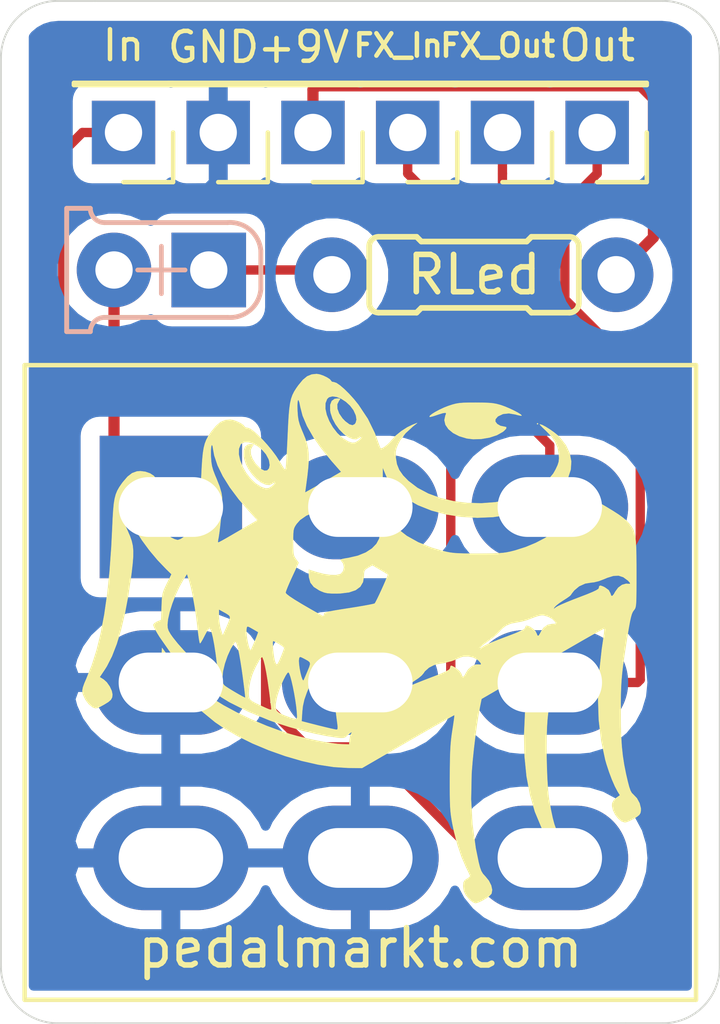
<source format=kicad_pcb>
(kicad_pcb (version 20171130) (host pcbnew "(5.1.5-0-10_14)")

  (general
    (thickness 1.6)
    (drawings 19)
    (tracks 40)
    (zones 0)
    (modules 10)
    (nets 9)
  )

  (page A4)
  (layers
    (0 F.Cu signal)
    (31 B.Cu signal)
    (32 B.Adhes user)
    (33 F.Adhes user)
    (34 B.Paste user)
    (35 F.Paste user)
    (36 B.SilkS user)
    (37 F.SilkS user)
    (38 B.Mask user)
    (39 F.Mask user)
    (40 Dwgs.User user)
    (41 Cmts.User user)
    (42 Eco1.User user hide)
    (43 Eco2.User user)
    (44 Edge.Cuts user)
    (45 Margin user)
    (46 B.CrtYd user)
    (47 F.CrtYd user)
    (48 B.Fab user)
    (49 F.Fab user)
  )

  (setup
    (last_trace_width 0.25)
    (trace_clearance 0.2)
    (zone_clearance 0.508)
    (zone_45_only no)
    (trace_min 0.2)
    (via_size 0.8)
    (via_drill 0.4)
    (via_min_size 0.4)
    (via_min_drill 0.3)
    (uvia_size 0.3)
    (uvia_drill 0.1)
    (uvias_allowed no)
    (uvia_min_size 0.2)
    (uvia_min_drill 0.1)
    (edge_width 0.05)
    (segment_width 0.2)
    (pcb_text_width 0.3)
    (pcb_text_size 1.5 1.5)
    (mod_edge_width 0.12)
    (mod_text_size 1 1)
    (mod_text_width 0.15)
    (pad_size 1.524 1.524)
    (pad_drill 0.762)
    (pad_to_mask_clearance 0.051)
    (solder_mask_min_width 0.25)
    (aux_axis_origin 0 0)
    (visible_elements FFFFFF7F)
    (pcbplotparams
      (layerselection 0x010f0_ffffffff)
      (usegerberextensions false)
      (usegerberattributes false)
      (usegerberadvancedattributes false)
      (creategerberjobfile false)
      (excludeedgelayer true)
      (linewidth 0.100000)
      (plotframeref false)
      (viasonmask false)
      (mode 1)
      (useauxorigin false)
      (hpglpennumber 1)
      (hpglpenspeed 20)
      (hpglpendiameter 15.000000)
      (psnegative false)
      (psa4output false)
      (plotreference true)
      (plotvalue true)
      (plotinvisibletext false)
      (padsonsilk false)
      (subtractmaskfromsilk false)
      (outputformat 1)
      (mirror false)
      (drillshape 0)
      (scaleselection 1)
      (outputdirectory "gerbers/minimal/"))
  )

  (net 0 "")
  (net 1 "Net-(D1-Pad2)")
  (net 2 "Net-(D1-Pad1)")
  (net 3 "Net-(H1-Pad1)")
  (net 4 "Net-(H2-Pad1)")
  (net 5 "Net-(H3-Pad1)")
  (net 6 "Net-(H4-Pad1)")
  (net 7 "Net-(H5-Pad1)")
  (net 8 "Net-(H6-Pad1)")

  (net_class Default "This is the default net class."
    (clearance 0.2)
    (trace_width 0.25)
    (via_dia 0.8)
    (via_drill 0.4)
    (uvia_dia 0.3)
    (uvia_drill 0.1)
    (add_net "Net-(D1-Pad2)")
    (add_net "Net-(H1-Pad1)")
    (add_net "Net-(H2-Pad1)")
    (add_net "Net-(H5-Pad1)")
    (add_net "Net-(H6-Pad1)")
  )

  (net_class Power ""
    (clearance 0.25)
    (trace_width 0.3)
    (via_dia 0.8)
    (via_drill 0.4)
    (uvia_dia 0.3)
    (uvia_drill 0.1)
    (add_net "Net-(D1-Pad1)")
    (add_net "Net-(H3-Pad1)")
    (add_net "Net-(H4-Pad1)")
  )

  (module graphics:perry-18mm (layer F.Cu) (tedit 0) (tstamp 5FB85410)
    (at 114.3 62.23)
    (fp_text reference G*** (at 0 0) (layer F.SilkS) hide
      (effects (font (size 1.524 1.524) (thickness 0.3)))
    )
    (fp_text value LOGO (at 0.75 0) (layer F.SilkS) hide
      (effects (font (size 1.524 1.524) (thickness 0.3)))
    )
    (fp_poly (pts (xy 4.766419 -5.660124) (xy 4.75074 -5.644445) (xy 4.735061 -5.660124) (xy 4.75074 -5.675803)
      (xy 4.766419 -5.660124)) (layer F.SilkS) (width 0.01))
    (fp_poly (pts (xy 3.284926 -6.223216) (xy 3.433469 -6.21814) (xy 3.549456 -6.207812) (xy 3.647946 -6.190701)
      (xy 3.743999 -6.165279) (xy 3.778642 -6.154514) (xy 3.886812 -6.115258) (xy 4.005029 -6.064949)
      (xy 4.120481 -6.010107) (xy 4.220354 -5.957253) (xy 4.291835 -5.912909) (xy 4.322112 -5.883595)
      (xy 4.321027 -5.878476) (xy 4.286708 -5.87972) (xy 4.212409 -5.896324) (xy 4.157256 -5.911859)
      (xy 3.983707 -5.941025) (xy 3.82422 -5.924175) (xy 3.693949 -5.863272) (xy 3.676974 -5.849694)
      (xy 3.620866 -5.782067) (xy 3.618436 -5.717922) (xy 3.667161 -5.652985) (xy 3.753886 -5.602931)
      (xy 3.8539 -5.581776) (xy 3.858512 -5.581729) (xy 3.911216 -5.568668) (xy 3.907734 -5.530708)
      (xy 3.848612 -5.469682) (xy 3.817839 -5.445437) (xy 3.660306 -5.357289) (xy 3.462834 -5.292669)
      (xy 3.244942 -5.255153) (xy 3.026149 -5.248314) (xy 2.855 -5.26909) (xy 2.65495 -5.328852)
      (xy 2.489507 -5.413578) (xy 2.364094 -5.517235) (xy 2.284136 -5.63379) (xy 2.255056 -5.75721)
      (xy 2.282276 -5.881461) (xy 2.290239 -5.89737) (xy 2.303501 -5.940056) (xy 2.279752 -5.956883)
      (xy 2.212963 -5.947809) (xy 2.097102 -5.912795) (xy 2.047544 -5.895706) (xy 1.951601 -5.864667)
      (xy 1.882164 -5.847226) (xy 1.857262 -5.846359) (xy 1.867197 -5.87434) (xy 1.923017 -5.919726)
      (xy 2.012779 -5.975652) (xy 2.124539 -6.035249) (xy 2.246354 -6.091651) (xy 2.361819 -6.136467)
      (xy 2.467579 -6.171166) (xy 2.55883 -6.195367) (xy 2.650992 -6.210939) (xy 2.759484 -6.219751)
      (xy 2.899726 -6.223671) (xy 3.087139 -6.224568) (xy 3.088765 -6.224568) (xy 3.284926 -6.223216)) (layer F.SilkS) (width 0.01))
    (fp_poly (pts (xy -1.089908 -6.979565) (xy -0.991976 -6.945692) (xy -0.896326 -6.900144) (xy -0.821227 -6.851845)
      (xy -0.784949 -6.80972) (xy -0.783951 -6.80337) (xy -0.757143 -6.780667) (xy -0.706703 -6.773333)
      (xy -0.63987 -6.749639) (xy -0.5443 -6.684073) (xy -0.428919 -6.584914) (xy -0.302654 -6.460437)
      (xy -0.174429 -6.318921) (xy -0.053172 -6.168642) (xy -0.049842 -6.164226) (xy 0.197764 -5.79157)
      (xy 0.384775 -5.411419) (xy 0.441108 -5.262096) (xy 0.482283 -5.14631) (xy 0.516733 -5.055148)
      (xy 0.538777 -5.00344) (xy 0.542484 -4.997433) (xy 0.580633 -4.999321) (xy 0.646365 -5.036675)
      (xy 0.725146 -5.09849) (xy 0.80244 -5.173764) (xy 0.847979 -5.228709) (xy 0.953818 -5.34319)
      (xy 1.097938 -5.459948) (xy 1.258601 -5.563067) (xy 1.395432 -5.629506) (xy 1.520864 -5.679314)
      (xy 1.411111 -5.592362) (xy 1.209968 -5.40785) (xy 1.064357 -5.215103) (xy 1.011306 -5.115491)
      (xy 0.964567 -5.000391) (xy 0.944998 -4.899101) (xy 0.946535 -4.776836) (xy 0.948257 -4.753951)
      (xy 0.977526 -4.576517) (xy 1.039867 -4.421827) (xy 1.143817 -4.274051) (xy 1.285338 -4.128928)
      (xy 1.531045 -3.94139) (xy 1.821078 -3.787706) (xy 2.146445 -3.668704) (xy 2.498153 -3.585213)
      (xy 2.867212 -3.538062) (xy 3.24463 -3.528081) (xy 3.621415 -3.556099) (xy 3.988576 -3.622944)
      (xy 4.33712 -3.729446) (xy 4.562592 -3.826749) (xy 4.821612 -3.975374) (xy 5.024525 -4.140588)
      (xy 5.176855 -4.327383) (xy 5.239736 -4.438393) (xy 5.293188 -4.554246) (xy 5.321024 -4.643311)
      (xy 5.328922 -4.733148) (xy 5.323191 -4.843547) (xy 5.291797 -5.023729) (xy 5.223672 -5.184511)
      (xy 5.111052 -5.339917) (xy 4.968844 -5.48348) (xy 4.888322 -5.55943) (xy 4.83318 -5.616074)
      (xy 4.813055 -5.643373) (xy 4.814379 -5.644445) (xy 4.87551 -5.625869) (xy 4.969227 -5.57683)
      (xy 5.080231 -5.50736) (xy 5.19322 -5.427492) (xy 5.292891 -5.34726) (xy 5.348328 -5.294353)
      (xy 5.509735 -5.084842) (xy 5.610889 -4.869443) (xy 5.653545 -4.651692) (xy 5.639453 -4.435126)
      (xy 5.570366 -4.223282) (xy 5.448036 -4.019696) (xy 5.274216 -3.827905) (xy 5.050657 -3.651446)
      (xy 4.779112 -3.493855) (xy 4.461333 -3.35867) (xy 4.374444 -3.328647) (xy 3.975822 -3.223352)
      (xy 3.559565 -3.162335) (xy 3.135192 -3.144464) (xy 2.712225 -3.168607) (xy 2.300184 -3.233631)
      (xy 1.90859 -3.338405) (xy 1.546964 -3.481795) (xy 1.224825 -3.662669) (xy 1.154283 -3.711649)
      (xy 0.974338 -3.857652) (xy 0.839107 -4.008314) (xy 0.732524 -4.183756) (xy 0.674129 -4.312953)
      (xy 0.597291 -4.499877) (xy 0.596546 -4.027358) (xy 0.601408 -3.757408) (xy 0.619466 -3.538163)
      (xy 0.654516 -3.358318) (xy 0.710356 -3.206571) (xy 0.790781 -3.071618) (xy 0.899588 -2.942156)
      (xy 0.991362 -2.851829) (xy 1.243957 -2.65505) (xy 1.550905 -2.48406) (xy 1.908632 -2.340617)
      (xy 2.216066 -2.250136) (xy 2.316594 -2.226171) (xy 2.411051 -2.208339) (xy 2.511162 -2.195793)
      (xy 2.62865 -2.187687) (xy 2.775236 -2.183173) (xy 2.962644 -2.181407) (xy 3.16716 -2.181443)
      (xy 3.395083 -2.182495) (xy 3.572286 -2.185058) (xy 3.71076 -2.190169) (xy 3.822501 -2.198864)
      (xy 3.919499 -2.212179) (xy 4.01375 -2.23115) (xy 4.117247 -2.256813) (xy 4.154938 -2.266784)
      (xy 4.433812 -2.355454) (xy 4.70469 -2.468203) (xy 4.953153 -2.59769) (xy 5.164784 -2.736574)
      (xy 5.296128 -2.847794) (xy 5.455797 -3.023936) (xy 5.56523 -3.197628) (xy 5.633164 -3.387759)
      (xy 5.668339 -3.613217) (xy 5.671947 -3.660216) (xy 5.691481 -3.951483) (xy 6.35 -3.574256)
      (xy 6.589048 -3.435419) (xy 6.778947 -3.320531) (xy 6.926455 -3.225116) (xy 7.038327 -3.144695)
      (xy 7.121318 -3.074792) (xy 7.156634 -3.039704) (xy 7.221021 -2.968364) (xy 7.272981 -2.900231)
      (xy 7.313842 -2.827766) (xy 7.344929 -2.743426) (xy 7.367568 -2.63967) (xy 7.383087 -2.508957)
      (xy 7.392809 -2.343744) (xy 7.398063 -2.13649) (xy 7.400175 -1.879655) (xy 7.400493 -1.652971)
      (xy 7.400389 -1.390905) (xy 7.399716 -1.184177) (xy 7.397937 -1.025412) (xy 7.394516 -0.907232)
      (xy 7.388913 -0.822259) (xy 7.380593 -0.763118) (xy 7.369016 -0.722431) (xy 7.353646 -0.692821)
      (xy 7.333945 -0.66691) (xy 7.328131 -0.659969) (xy 7.301048 -0.619934) (xy 7.27661 -0.563184)
      (xy 7.252684 -0.480942) (xy 7.22714 -0.364433) (xy 7.197845 -0.204882) (xy 7.162668 0.006487)
      (xy 7.155643 0.050113) (xy 7.107128 0.35624) (xy 7.068344 0.612892) (xy 7.038216 0.832371)
      (xy 7.015666 1.02698) (xy 6.999618 1.209022) (xy 6.988995 1.390799) (xy 6.982721 1.584614)
      (xy 6.979718 1.802769) (xy 6.978911 2.057567) (xy 6.97891 2.06963) (xy 6.981647 2.419703)
      (xy 6.99086 2.721205) (xy 7.007961 2.988076) (xy 7.034364 3.234254) (xy 7.071484 3.473681)
      (xy 7.120735 3.720295) (xy 7.166409 3.918044) (xy 7.205121 4.066328) (xy 7.239585 4.166043)
      (xy 7.275567 4.230534) (xy 7.318833 4.273145) (xy 7.320333 4.274246) (xy 7.414423 4.373241)
      (xy 7.484897 4.504429) (xy 7.519303 4.641465) (xy 7.519848 4.696339) (xy 7.508164 4.763271)
      (xy 7.477691 4.814166) (xy 7.414943 4.865109) (xy 7.337777 4.913512) (xy 7.236513 4.968117)
      (xy 7.147207 5.005676) (xy 7.097159 5.017154) (xy 7.006717 4.989067) (xy 6.91609 4.915039)
      (xy 6.835859 4.810911) (xy 6.776605 4.692528) (xy 6.74891 4.575733) (xy 6.753988 4.503318)
      (xy 6.792383 4.432793) (xy 6.860093 4.36421) (xy 6.868341 4.3581) (xy 6.9632 4.290555)
      (xy 6.899408 4.187337) (xy 6.827784 4.052497) (xy 6.74983 3.873819) (xy 6.672362 3.668785)
      (xy 6.602198 3.454879) (xy 6.56973 3.341778) (xy 6.45868 2.82573) (xy 6.393806 2.269042)
      (xy 6.375152 1.673561) (xy 6.402764 1.041135) (xy 6.476688 0.373613) (xy 6.494063 0.255468)
      (xy 6.516475 0.101071) (xy 6.533394 -0.029722) (xy 6.543452 -0.125146) (xy 6.545284 -0.17344)
      (xy 6.544258 -0.176812) (xy 6.514475 -0.165687) (xy 6.438288 -0.127114) (xy 6.323433 -0.065299)
      (xy 6.177646 0.015549) (xy 6.008664 0.111224) (xy 5.901758 0.17261) (xy 5.272809 0.535583)
      (xy 5.241414 0.683285) (xy 5.213925 0.826847) (xy 5.181733 1.017757) (xy 5.146986 1.241019)
      (xy 5.111833 1.48164) (xy 5.078425 1.724628) (xy 5.04891 1.954987) (xy 5.025436 2.157725)
      (xy 5.014638 2.265389) (xy 5.001253 2.46635) (xy 4.993249 2.707626) (xy 4.99034 2.976209)
      (xy 4.992241 3.259093) (xy 4.998666 3.543269) (xy 5.009331 3.815729) (xy 5.02395 4.063467)
      (xy 5.042238 4.273474) (xy 5.061939 4.421481) (xy 5.109909 4.687582) (xy 5.154634 4.899419)
      (xy 5.198678 5.065176) (xy 5.244606 5.193036) (xy 5.294982 5.291182) (xy 5.352372 5.367796)
      (xy 5.361709 5.377901) (xy 5.466476 5.513735) (xy 5.529463 5.650964) (xy 5.544986 5.775797)
      (xy 5.539458 5.809085) (xy 5.499897 5.8693) (xy 5.419683 5.938336) (xy 5.317432 6.004508)
      (xy 5.211759 6.056131) (xy 5.12128 6.08152) (xy 5.103993 6.082413) (xy 5.00952 6.0527)
      (xy 4.916784 5.976575) (xy 4.837571 5.869532) (xy 4.78367 5.747063) (xy 4.766537 5.638878)
      (xy 4.778766 5.548297) (xy 4.826137 5.479719) (xy 4.865698 5.445861) (xy 4.964976 5.368164)
      (xy 4.85143 5.137847) (xy 4.681774 4.730718) (xy 4.550603 4.277857) (xy 4.458288 3.783343)
      (xy 4.405202 3.251252) (xy 4.391719 2.685661) (xy 4.418211 2.090647) (xy 4.485052 1.470289)
      (xy 4.503936 1.339264) (xy 4.523185 1.200909) (xy 4.536146 1.086894) (xy 4.541488 1.01053)
      (xy 4.53924 0.985331) (xy 4.508937 0.995977) (xy 4.432267 1.034248) (xy 4.316926 1.095973)
      (xy 4.170608 1.176984) (xy 4.001005 1.273111) (xy 3.88593 1.3394) (xy 3.248162 1.709012)
      (xy 3.20695 1.912839) (xy 3.163254 2.152485) (xy 3.119184 2.436382) (xy 3.077047 2.746124)
      (xy 3.039152 3.063304) (xy 3.007804 3.369516) (xy 2.985312 3.646352) (xy 2.980926 3.715926)
      (xy 2.967041 4.395896) (xy 3.004335 5.063607) (xy 3.091991 5.708764) (xy 3.169251 6.08432)
      (xy 3.205051 6.223901) (xy 3.240142 6.320528) (xy 3.28357 6.393196) (xy 3.344381 6.460903)
      (xy 3.352248 6.4686) (xy 3.444637 6.582217) (xy 3.506664 6.706938) (xy 3.532414 6.826024)
      (xy 3.515973 6.922738) (xy 3.514053 6.926471) (xy 3.463155 6.982395) (xy 3.374517 7.048197)
      (xy 3.269012 7.111448) (xy 3.167515 7.159718) (xy 3.090901 7.180581) (xy 3.087077 7.180693)
      (xy 3.026855 7.159135) (xy 2.952527 7.104678) (xy 2.92621 7.079074) (xy 2.831367 6.965731)
      (xy 2.779441 6.863844) (xy 2.760344 6.75135) (xy 2.759506 6.714452) (xy 2.767568 6.625204)
      (xy 2.801358 6.56988) (xy 2.85358 6.53316) (xy 2.916393 6.491284) (xy 2.947058 6.461473)
      (xy 2.947654 6.459034) (xy 2.934434 6.424133) (xy 2.89941 6.348405) (xy 2.849536 6.246758)
      (xy 2.83745 6.22277) (xy 2.717921 5.950073) (xy 2.60921 5.629186) (xy 2.515794 5.274313)
      (xy 2.470191 5.057496) (xy 2.448622 4.93904) (xy 2.431954 4.82973) (xy 2.419607 4.71906)
      (xy 2.411003 4.596527) (xy 2.40556 4.451624) (xy 2.402701 4.273848) (xy 2.401845 4.052693)
      (xy 2.402251 3.825679) (xy 2.403983 3.542395) (xy 2.407576 3.310506) (xy 2.413632 3.118705)
      (xy 2.422753 2.955684) (xy 2.43554 2.810134) (xy 2.452594 2.670748) (xy 2.469776 2.555679)
      (xy 2.493149 2.403991) (xy 2.511413 2.276518) (xy 2.522988 2.185005) (xy 2.526295 2.141198)
      (xy 2.525801 2.139168) (xy 2.497751 2.152543) (xy 2.420903 2.194342) (xy 2.300685 2.261487)
      (xy 2.142527 2.350896) (xy 1.95186 2.459491) (xy 1.734111 2.58419) (xy 1.494712 2.721913)
      (xy 1.282049 2.844724) (xy 0.047037 3.559136) (xy -0.32926 3.556214) (xy -0.711116 3.532339)
      (xy -1.126467 3.469005) (xy -1.563612 3.370233) (xy -2.010848 3.240042) (xy -2.456474 3.082455)
      (xy -2.888787 2.901492) (xy -3.296087 2.701173) (xy -3.66667 2.485519) (xy -3.891809 2.332105)
      (xy -4.304484 1.993675) (xy -4.682098 1.610081) (xy -5.014796 1.191899) (xy -5.167897 0.962494)
      (xy -5.24439 0.837511) (xy -5.292381 0.748142) (xy -5.317829 0.677603) (xy -5.326697 0.60911)
      (xy -5.324946 0.525879) (xy -5.324687 0.521049) (xy -5.315186 0.345695) (xy -5.129767 0.597019)
      (xy -4.971205 0.792536) (xy -4.774336 1.005351) (xy -4.554718 1.220641) (xy -4.327911 1.423588)
      (xy -4.109476 1.599369) (xy -3.981997 1.690273) (xy -3.666899 1.884315) (xy -3.30585 2.07792)
      (xy -2.915211 2.263552) (xy -2.511345 2.433678) (xy -2.110614 2.580761) (xy -1.904545 2.646962)
      (xy -1.701559 2.704009) (xy -1.474355 2.760212) (xy -1.237755 2.812591) (xy -1.006581 2.858167)
      (xy -0.795654 2.893963) (xy -0.619798 2.917) (xy -0.526513 2.923903) (xy -0.297902 2.931975)
      (xy -0.287726 2.806941) (xy -0.273313 2.716689) (xy -0.250465 2.650938) (xy -0.244688 2.642311)
      (xy -0.223387 2.606526) (xy -0.239662 2.602659) (xy -0.280583 2.62545) (xy -0.333219 2.669636)
      (xy -0.347312 2.684069) (xy -0.394953 2.729056) (xy -0.443058 2.750641) (xy -0.512876 2.753699)
      (xy -0.611482 2.744678) (xy -0.893204 2.703409) (xy -1.214541 2.638957) (xy -1.558712 2.555571)
      (xy -1.908932 2.4575) (xy -2.24842 2.348991) (xy -2.36118 2.308851) (xy -1.576016 2.308851)
      (xy -1.313255 2.376903) (xy -1.117091 2.426851) (xy -0.940091 2.470297) (xy -0.792867 2.504751)
      (xy -0.68603 2.527721) (xy -0.633079 2.536526) (xy -0.60815 2.52116) (xy -0.603801 2.461968)
      (xy -0.60951 2.406728) (xy -0.619652 2.328828) (xy -0.635848 2.203393) (xy -0.65621 2.045098)
      (xy -0.678848 1.868618) (xy -0.68964 1.784323) (xy -0.715888 1.599765) (xy -0.744004 1.429986)
      (xy 1.200946 1.429986) (xy 1.20643 1.432471) (xy 1.232123 1.413474) (xy 1.278393 1.388906)
      (xy 1.373161 1.346881) (xy 1.506103 1.291688) (xy 1.66689 1.227614) (xy 1.843605 1.159552)
      (xy 2.042555 1.083194) (xy 2.189708 1.023902) (xy 2.292472 0.978044) (xy 2.358251 0.941987)
      (xy 2.394451 0.912098) (xy 2.408478 0.884744) (xy 2.408909 0.882266) (xy 2.418169 0.836137)
      (xy 2.437018 0.820916) (xy 2.479582 0.837436) (xy 2.559986 0.886525) (xy 2.568059 0.891621)
      (xy 2.651517 0.959754) (xy 2.703489 1.032222) (xy 2.709144 1.048411) (xy 2.736898 1.114865)
      (xy 2.770874 1.119009) (xy 2.810656 1.060893) (xy 2.822485 1.03418) (xy 2.894109 0.918561)
      (xy 2.992797 0.833614) (xy 3.101957 0.791519) (xy 3.154757 0.790284) (xy 3.221676 0.7943)
      (xy 3.239419 0.778615) (xy 3.225457 0.744336) (xy 3.147117 0.658323) (xy 3.029394 0.598141)
      (xy 2.892031 0.5687) (xy 2.754768 0.574908) (xy 2.665432 0.60505) (xy 2.461074 0.690238)
      (xy 2.246466 0.746451) (xy 2.140752 0.760905) (xy 1.982839 0.796655) (xy 1.838484 0.869839)
      (xy 1.727307 0.96906) (xy 1.692077 1.021483) (xy 1.643317 1.079128) (xy 1.559032 1.149609)
      (xy 1.474007 1.207175) (xy 1.371415 1.274764) (xy 1.283356 1.341939) (xy 1.237033 1.385538)
      (xy 1.200946 1.429986) (xy -0.744004 1.429986) (xy -0.747981 1.405974) (xy -0.783616 1.213863)
      (xy -0.820488 1.034349) (xy -0.856292 0.878346) (xy -0.888723 0.756768) (xy -0.915477 0.68053)
      (xy -0.926563 0.662244) (xy -0.956544 0.671425) (xy -1.007309 0.728531) (xy -1.07353 0.824464)
      (xy -1.14988 0.950126) (xy -1.231031 1.09642) (xy -1.311656 1.254248) (xy -1.386428 1.414512)
      (xy -1.436012 1.532221) (xy -1.504628 1.727584) (xy -1.544114 1.904765) (xy -1.559951 2.055969)
      (xy -1.576016 2.308851) (xy -2.36118 2.308851) (xy -2.430247 2.284265) (xy -2.997969 2.051793)
      (xy -3.510476 1.795335) (xy -3.971659 1.511876) (xy -4.385407 1.198404) (xy -4.755612 0.851904)
      (xy -5.086162 0.469365) (xy -5.38095 0.047771) (xy -5.438683 -0.046019) (xy -5.495012 -0.145424)
      (xy -5.53515 -0.227437) (xy -5.550099 -0.273306) (xy -5.174074 -0.273306) (xy -5.167761 -0.189418)
      (xy -5.143207 -0.112954) (xy -5.091992 -0.024298) (xy -5.0289 0.064874) (xy -4.898938 0.227565)
      (xy -4.733743 0.413642) (xy -4.547805 0.608263) (xy -4.355612 0.796588) (xy -4.171651 0.963774)
      (xy -4.062693 1.054607) (xy -3.957582 1.136074) (xy -3.871677 1.198584) (xy -3.81586 1.234457)
      (xy -3.800521 1.239615) (xy -3.799324 1.205471) (xy -3.804181 1.131932) (xy -3.700247 1.131932)
      (xy -3.696928 1.238325) (xy -3.681864 1.30331) (xy -3.647402 1.348063) (xy -3.612203 1.375459)
      (xy -3.541527 1.422427) (xy -3.446195 1.481473) (xy -3.340057 1.544593) (xy -3.236961 1.603781)
      (xy -3.150757 1.651033) (xy -3.095293 1.678344) (xy -3.082362 1.681703) (xy -3.083766 1.649609)
      (xy -3.092548 1.565259) (xy -3.092711 1.563875) (xy -2.994843 1.563875) (xy -2.98926 1.642335)
      (xy -2.97684 1.694713) (xy -2.951785 1.73576) (xy -2.902622 1.774833) (xy -2.81788 1.821291)
      (xy -2.701006 1.877484) (xy -2.562826 1.941757) (xy -2.471502 1.98161) (xy -2.417513 2.00009)
      (xy -2.391334 2.000247) (xy -2.383442 1.985127) (xy -2.38321 1.979205) (xy -2.385477 1.956507)
      (xy -2.273948 1.956507) (xy -2.243834 2.033466) (xy -2.174367 2.091971) (xy -2.058599 2.145847)
      (xy -2.005429 2.166327) (xy -1.86724 2.216865) (xy -1.77707 2.244515) (xy -1.724798 2.249912)
      (xy -1.700305 2.233692) (xy -1.693472 2.196489) (xy -1.693334 2.18592) (xy -1.699181 2.062824)
      (xy -1.715243 1.911097) (xy -1.739297 1.742004) (xy -1.769123 1.566811) (xy -1.802499 1.396782)
      (xy -1.837203 1.243183) (xy -1.871014 1.117279) (xy -1.901712 1.030336) (xy -1.927074 0.993617)
      (xy -1.928519 0.993232) (xy -1.960727 1.016837) (xy -2.006831 1.087313) (xy -2.061102 1.191964)
      (xy -2.117808 1.318093) (xy -2.171219 1.453006) (xy -2.215604 1.584007) (xy -2.243913 1.691936)
      (xy -2.271658 1.847272) (xy -2.273948 1.956507) (xy -2.385477 1.956507) (xy -2.38713 1.939964)
      (xy -2.39794 1.849955) (xy -2.414219 1.72057) (xy -2.434543 1.563205) (xy -2.446827 1.469637)
      (xy -2.483002 1.215698) (xy -2.519685 0.995549) (xy -2.555525 0.815691) (xy -2.58917 0.682626)
      (xy -2.619267 0.602857) (xy -2.630332 0.587002) (xy -2.655805 0.599482) (xy -2.699069 0.657045)
      (xy -2.753075 0.747184) (xy -2.810779 0.857394) (xy -2.865135 0.975168) (xy -2.903314 1.071526)
      (xy -2.95219 1.23862) (xy -2.983868 1.410497) (xy -2.994843 1.563875) (xy -3.092711 1.563875)
      (xy -3.107541 1.438532) (xy -3.127579 1.279304) (xy -3.150919 1.10173) (xy -3.17903 0.903519)
      (xy -3.208944 0.712391) (xy -3.238179 0.542891) (xy -3.264251 0.409569) (xy -3.281026 0.339229)
      (xy -3.311134 0.237655) (xy -3.332778 0.187758) (xy -3.352753 0.180384) (xy -3.377857 0.206378)
      (xy -3.378766 0.207587) (xy -3.475687 0.364523) (xy -3.563818 0.557683) (xy -3.635633 0.765429)
      (xy -3.683607 0.966122) (xy -3.700247 1.131932) (xy -3.804181 1.131932) (xy -3.804936 1.120501)
      (xy -3.816376 0.996106) (xy -3.832663 0.843691) (xy -3.840264 0.777869) (xy -3.87629 0.497129)
      (xy -3.912918 0.258869) (xy -3.949279 0.067154) (xy -3.984505 -0.073951) (xy -4.017726 -0.160383)
      (xy -4.046687 -0.188148) (xy -4.074425 -0.162036) (xy -4.119209 -0.093204) (xy -4.171875 0.004086)
      (xy -4.177641 0.015679) (xy -4.229104 0.114986) (xy -4.271447 0.187525) (xy -4.296328 0.219135)
      (xy -4.297692 0.219506) (xy -4.308438 0.190319) (xy -4.32322 0.110866) (xy -4.340082 -0.006689)
      (xy -4.356936 -0.148951) (xy -4.394878 -0.462979) (xy -4.401416 -0.507411) (xy -3.794321 -0.507411)
      (xy -3.784301 -0.366802) (xy -3.758879 -0.217553) (xy -3.742603 -0.154642) (xy -3.690884 0.015679)
      (xy -3.63014 -0.117312) (xy -3.057459 -0.117312) (xy -3.052228 -0.017555) (xy -3.037657 0.096026)
      (xy -3.016541 0.209335) (xy -2.991676 0.308273) (xy -2.965858 0.378742) (xy -2.941883 0.406643)
      (xy -2.93323 0.4025) (xy -2.917632 0.370634) (xy -2.884475 0.295309) (xy -2.868909 0.258724)
      (xy -2.350002 0.258724) (xy -2.344086 0.361619) (xy -2.332366 0.477332) (xy -2.316335 0.589517)
      (xy -2.297489 0.681822) (xy -2.287349 0.715771) (xy -2.262341 0.773922) (xy -2.238333 0.7924)
      (xy -2.209788 0.766296) (xy -2.171166 0.6907) (xy -2.169972 0.687841) (xy -1.65197 0.687841)
      (xy -1.646512 0.783443) (xy -1.63142 0.895266) (xy -1.609624 1.009112) (xy -1.58405 1.110786)
      (xy -1.557629 1.186089) (xy -1.533286 1.220824) (xy -1.522119 1.217809) (xy -1.506524 1.185945)
      (xy -1.473362 1.110609) (xy -1.42898 1.006305) (xy -1.415326 0.97369) (xy -1.366565 0.855169)
      (xy -1.344389 0.779015) (xy -1.353297 0.728894) (xy -1.397789 0.688476) (xy -1.482365 0.641427)
      (xy -1.511032 0.626327) (xy -1.584538 0.589611) (xy -1.621154 0.582722) (xy -1.638893 0.605166)
      (xy -1.644868 0.622658) (xy -1.65197 0.687841) (xy -2.169972 0.687841) (xy -2.119417 0.566877)
      (xy -2.07883 0.463043) (xy -2.049729 0.38268) (xy -2.038886 0.344938) (xy 3.203793 0.344938)
      (xy 3.209104 0.364762) (xy 3.251899 0.33631) (xy 3.264772 0.325067) (xy 3.317759 0.292862)
      (xy 3.418844 0.244583) (xy 3.556975 0.185017) (xy 3.721105 0.118949) (xy 3.880184 0.058524)
      (xy 4.081676 -0.017269) (xy 4.229908 -0.07658) (xy 4.331236 -0.1224) (xy 4.392017 -0.157719)
      (xy 4.418606 -0.185527) (xy 4.42111 -0.195988) (xy 4.439847 -0.242411) (xy 4.460679 -0.250747)
      (xy 4.53678 -0.227662) (xy 4.622387 -0.171503) (xy 4.692911 -0.101352) (xy 4.72194 -0.04801)
      (xy 4.748458 0.017617) (xy 4.780187 0.021216) (xy 4.818129 -0.037323) (xy 4.827852 -0.059619)
      (xy 4.909128 -0.190634) (xy 5.020314 -0.271296) (xy 5.143576 -0.296476) (xy 5.220541 -0.299099)
      (xy 5.24654 -0.312732) (xy 5.233278 -0.34602) (xy 5.225941 -0.35731) (xy 5.149125 -0.431318)
      (xy 5.037433 -0.493189) (xy 4.918683 -0.529084) (xy 4.872612 -0.533087) (xy 4.790428 -0.519942)
      (xy 4.680401 -0.485966) (xy 4.595519 -0.451376) (xy 4.458189 -0.400308) (xy 4.303201 -0.359521)
      (xy 4.221118 -0.345368) (xy 4.03921 -0.310404) (xy 3.899882 -0.251328) (xy 3.784809 -0.158991)
      (xy 3.734762 -0.102568) (xy 3.659975 -0.026111) (xy 3.553562 0.064376) (xy 3.437481 0.150331)
      (xy 3.427936 0.15679) (xy 3.327594 0.228575) (xy 3.249408 0.292836) (xy 3.207124 0.338034)
      (xy 3.203793 0.344938) (xy -2.038886 0.344938) (xy -2.038279 0.342828) (xy -2.038272 0.342511)
      (xy -2.062797 0.316307) (xy -2.123488 0.272839) (xy -2.201017 0.224065) (xy -2.276059 0.181943)
      (xy -2.329285 0.158431) (xy -2.338444 0.15679) (xy -2.34862 0.184998) (xy -2.350002 0.258724)
      (xy -2.868909 0.258724) (xy -2.840113 0.191047) (xy -2.826615 0.158806) (xy -2.782375 0.050166)
      (xy -2.750596 -0.032902) (xy -2.736563 -0.076401) (xy -2.736585 -0.07963) (xy -2.765441 -0.096883)
      (xy -2.831845 -0.135586) (xy -2.888931 -0.168606) (xy -2.973062 -0.215616) (xy -3.018242 -0.232603)
      (xy -3.039498 -0.221475) (xy -3.050554 -0.189144) (xy -3.057459 -0.117312) (xy -3.63014 -0.117312)
      (xy -3.602973 -0.176788) (xy -3.554706 -0.287591) (xy -3.516117 -0.385451) (xy -3.497233 -0.443331)
      (xy -3.494648 -0.490256) (xy -3.52096 -0.530052) (xy -3.587644 -0.57589) (xy -3.636863 -0.603633)
      (xy -3.794321 -0.689858) (xy -3.794321 -0.507411) (xy -4.401416 -0.507411) (xy -4.438813 -0.761527)
      (xy -4.48662 -1.032432) (xy -4.508311 -1.13359) (xy -2.006327 -1.13359) (xy -1.978336 -1.096643)
      (xy -1.896373 -1.03337) (xy -1.762658 -0.945295) (xy -1.579413 -0.833942) (xy -1.512438 -0.794667)
      (xy -1.353818 -0.702891) (xy -1.213763 -0.622933) (xy -1.101297 -0.559857) (xy -1.025444 -0.518727)
      (xy -0.995618 -0.504605) (xy -0.975942 -0.528002) (xy -0.972099 -0.558583) (xy -0.965835 -0.578468)
      (xy -0.942066 -0.596376) (xy -0.893326 -0.614089) (xy -0.812147 -0.633388) (xy -0.691063 -0.656058)
      (xy -0.522609 -0.683879) (xy -0.410081 -0.701401) (xy 5.179781 -0.701401) (xy 5.190038 -0.699685)
      (xy 5.239342 -0.736669) (xy 5.24748 -0.743066) (xy 5.302765 -0.774618) (xy 5.405801 -0.822549)
      (xy 5.545315 -0.882032) (xy 5.710037 -0.948237) (xy 5.86297 -1.006757) (xy 6.071261 -1.086464)
      (xy 6.224252 -1.149469) (xy 6.32647 -1.19789) (xy 6.38244 -1.233843) (xy 6.397037 -1.256492)
      (xy 6.406242 -1.309537) (xy 6.440782 -1.322946) (xy 6.511039 -1.297875) (xy 6.55715 -1.274307)
      (xy 6.65675 -1.202392) (xy 6.700487 -1.12105) (xy 6.723554 -1.053256) (xy 6.754857 -1.043166)
      (xy 6.797767 -1.09174) (xy 6.835719 -1.159601) (xy 6.915266 -1.268379) (xy 7.018011 -1.343557)
      (xy 7.126733 -1.374207) (xy 7.169333 -1.371309) (xy 7.229849 -1.368434) (xy 7.236195 -1.394258)
      (xy 7.188428 -1.450206) (xy 7.173148 -1.464443) (xy 7.051683 -1.553001) (xy 6.926503 -1.594106)
      (xy 6.785756 -1.588525) (xy 6.617588 -1.537024) (xy 6.543174 -1.505185) (xy 6.394044 -1.448058)
      (xy 6.259076 -1.415432) (xy 6.201738 -1.410423) (xy 6.02917 -1.382972) (xy 5.865872 -1.309626)
      (xy 5.735838 -1.201283) (xy 5.732381 -1.197226) (xy 5.677827 -1.129252) (xy 5.643431 -1.08056)
      (xy 5.639604 -1.073272) (xy 5.609272 -1.044996) (xy 5.539281 -0.994999) (xy 5.443977 -0.933446)
      (xy 5.430863 -0.925363) (xy 5.328752 -0.857247) (xy 5.24648 -0.792301) (xy 5.200863 -0.743892)
      (xy 5.199508 -0.741524) (xy 5.179781 -0.701401) (xy -0.410081 -0.701401) (xy -0.305741 -0.717648)
      (xy -0.107958 -0.748939) (xy 0.068922 -0.778737) (xy 0.215463 -0.805303) (xy 0.322228 -0.826899)
      (xy 0.379781 -0.841787) (xy 0.386643 -0.845179) (xy 0.410958 -0.883756) (xy 0.452429 -0.964106)
      (xy 0.505259 -1.073437) (xy 0.56365 -1.198959) (xy 0.621804 -1.327881) (xy 0.673923 -1.447414)
      (xy 0.71421 -1.544765) (xy 0.736865 -1.607146) (xy 0.739252 -1.623052) (xy 0.707429 -1.644366)
      (xy 0.635885 -1.688169) (xy 0.539196 -1.74556) (xy 0.524604 -1.754102) (xy 0.32347 -1.871638)
      (xy 0.209079 -1.806004) (xy 0.14118 -1.762298) (xy 0.107309 -1.717615) (xy 0.095647 -1.648669)
      (xy 0.094381 -1.57997) (xy 0.070138 -1.42172) (xy -0.002897 -1.297367) (xy -0.12619 -1.205967)
      (xy -0.301209 -1.146577) (xy -0.529419 -1.118251) (xy -0.627161 -1.115458) (xy -0.775611 -1.116437)
      (xy -0.882196 -1.124502) (xy -0.967673 -1.143357) (xy -1.052803 -1.176702) (xy -1.102143 -1.200172)
      (xy -1.246387 -1.292369) (xy -1.33536 -1.404733) (xy -1.375699 -1.547402) (xy -1.379753 -1.624229)
      (xy -1.379753 -1.749473) (xy -1.183766 -1.688297) (xy -0.984994 -1.636541) (xy -0.804056 -1.609029)
      (xy -0.652677 -1.606566) (xy -0.542584 -1.629958) (xy -0.518648 -1.642601) (xy -0.457693 -1.716066)
      (xy -0.437094 -1.814848) (xy -0.458443 -1.91496) (xy -0.496863 -1.97069) (xy -0.523084 -2.000449)
      (xy -0.522548 -2.020454) (xy -0.485556 -2.035892) (xy -0.402407 -2.051953) (xy -0.320711 -2.06492)
      (xy -0.06543 -2.123569) (xy 0.146522 -2.209887) (xy 0.313563 -2.31835) (xy 0.434109 -2.443434)
      (xy 0.50658 -2.579616) (xy 0.529392 -2.721372) (xy 0.500965 -2.863179) (xy 0.419714 -2.999514)
      (xy 0.28406 -3.124853) (xy 0.092418 -3.233672) (xy 0.022405 -3.262798) (xy -0.227079 -3.336778)
      (xy -0.488785 -3.374798) (xy -0.752335 -3.378541) (xy -1.00735 -3.349688) (xy -1.243452 -3.289924)
      (xy -1.450264 -3.20093) (xy -1.617407 -3.08439) (xy -1.708966 -2.982096) (xy -1.749801 -2.921109)
      (xy -1.776709 -2.866868) (xy -1.792591 -2.804302) (xy -1.800346 -2.71834) (xy -1.802873 -2.593912)
      (xy -1.803087 -2.492889) (xy -1.801986 -2.335405) (xy -1.797147 -2.226427) (xy -1.786264 -2.151761)
      (xy -1.767033 -2.097213) (xy -1.737149 -2.04859) (xy -1.729151 -2.037597) (xy -1.655215 -1.937593)
      (xy -1.831065 -1.56146) (xy -1.896647 -1.417333) (xy -1.951028 -1.290486) (xy -1.98915 -1.193267)
      (xy -2.005954 -1.138022) (xy -2.006327 -1.13359) (xy -4.508311 -1.13359) (xy -4.536175 -1.263531)
      (xy -4.57956 -1.424365) (xy -4.646852 -1.641445) (xy -4.744001 -1.487081) (xy -4.85463 -1.290792)
      (xy -4.956869 -1.071257) (xy -5.045323 -0.843705) (xy -5.114596 -0.623364) (xy -5.159291 -0.425463)
      (xy -5.174074 -0.273306) (xy -5.550099 -0.273306) (xy -5.550371 -0.274138) (xy -5.524099 -0.313101)
      (xy -5.459357 -0.354364) (xy -5.444034 -0.361211) (xy -5.337697 -0.405641) (xy -5.326379 -0.76219)
      (xy -5.320322 -0.919964) (xy -5.311063 -1.034231) (xy -5.294264 -1.124193) (xy -5.265586 -1.209048)
      (xy -5.22069 -1.307997) (xy -5.188073 -1.374255) (xy -5.061086 -1.629771) (xy -5.198356 -1.763466)
      (xy -5.434679 -2.010302) (xy -5.654286 -2.272001) (xy -5.851862 -2.540098) (xy -6.022094 -2.806133)
      (xy -6.159667 -3.06164) (xy -6.259268 -3.298159) (xy -6.315582 -3.507225) (xy -6.317639 -3.521611)
      (xy -5.64969 -3.521611) (xy -5.629758 -3.369307) (xy -5.57967 -3.204526) (xy -5.502326 -3.039519)
      (xy -5.400626 -2.886537) (xy -5.379298 -2.860443) (xy -5.291453 -2.77214) (xy -5.182566 -2.684014)
      (xy -5.072673 -2.610625) (xy -4.981813 -2.566532) (xy -4.970089 -2.563095) (xy -4.916828 -2.548717)
      (xy -4.901733 -2.543638) (xy -4.871891 -2.550679) (xy -4.817405 -2.569857) (xy -4.744274 -2.616123)
      (xy -4.705145 -2.66274) (xy -4.685882 -2.703068) (xy -4.697733 -2.708299) (xy -4.751347 -2.680083)
      (xy -4.765377 -2.672081) (xy -4.824152 -2.642231) (xy -4.871699 -2.636801) (xy -4.931889 -2.657966)
      (xy -5.001581 -2.693602) (xy -5.164498 -2.807314) (xy -5.307651 -2.959134) (xy -5.421043 -3.133892)
      (xy -5.494675 -3.316416) (xy -5.518706 -3.478272) (xy -5.512098 -3.523858) (xy -5.314058 -3.523858)
      (xy -5.282754 -3.35493) (xy -5.194675 -3.204782) (xy -5.054877 -3.081694) (xy -5.037171 -3.070534)
      (xy -4.964933 -3.027783) (xy -4.923512 -3.015268) (xy -4.88938 -3.031922) (xy -4.855124 -3.062268)
      (xy -4.810097 -3.12878) (xy -4.798467 -3.17986) (xy -4.821416 -3.292823) (xy -4.880361 -3.412801)
      (xy -4.963751 -3.526261) (xy -5.060035 -3.619667) (xy -5.15766 -3.679484) (xy -5.236791 -3.693451)
      (xy -5.282986 -3.682743) (xy -5.30608 -3.653099) (xy -5.313718 -3.587739) (xy -5.314058 -3.523858)
      (xy -5.512098 -3.523858) (xy -5.499398 -3.611456) (xy -5.440764 -3.695794) (xy -5.342786 -3.731309)
      (xy -5.318165 -3.732559) (xy -5.256889 -3.736156) (xy -5.251412 -3.748849) (xy -5.277003 -3.766043)
      (xy -5.382988 -3.798936) (xy -5.495009 -3.790158) (xy -5.585152 -3.742069) (xy -5.587483 -3.739788)
      (xy -5.636565 -3.649188) (xy -5.64969 -3.521611) (xy -6.317639 -3.521611) (xy -6.322171 -3.553292)
      (xy -6.338893 -3.661243) (xy -6.356284 -3.71156) (xy -6.37235 -3.709269) (xy -6.385095 -3.659395)
      (xy -6.392523 -3.566963) (xy -6.392641 -3.437) (xy -6.390473 -3.381252) (xy -6.381066 -3.238148)
      (xy -6.36511 -3.126248) (xy -6.336666 -3.022339) (xy -6.289794 -2.903204) (xy -6.239418 -2.790864)
      (xy -6.177518 -2.648068) (xy -6.132871 -2.520131) (xy -6.104499 -2.394864) (xy -6.091424 -2.260078)
      (xy -6.092671 -2.103582) (xy -6.107261 -1.913187) (xy -6.134218 -1.676703) (xy -6.143943 -1.599836)
      (xy -6.222199 -1.066616) (xy -6.313798 -0.580679) (xy -6.41797 -0.144778) (xy -6.533941 0.238336)
      (xy -6.66094 0.565912) (xy -6.798195 0.835198) (xy -6.850232 0.917735) (xy -6.989711 1.125707)
      (xy -6.883747 1.191196) (xy -6.799064 1.267701) (xy -6.7219 1.377489) (xy -6.666748 1.496002)
      (xy -6.647902 1.590916) (xy -6.656385 1.668164) (xy -6.68907 1.730278) (xy -6.756812 1.789948)
      (xy -6.870462 1.859864) (xy -6.884849 1.867952) (xy -6.988866 1.924644) (xy -7.056126 1.95371)
      (xy -7.104222 1.958819) (xy -7.150749 1.943639) (xy -7.179363 1.929359) (xy -7.277131 1.85212)
      (xy -7.366229 1.735943) (xy -7.430401 1.604147) (xy -7.446885 1.545616) (xy -7.451066 1.480948)
      (xy -7.435589 1.401072) (xy -7.396617 1.291999) (xy -7.3437 1.16932) (xy -7.197428 0.804368)
      (xy -7.06887 0.398186) (xy -6.957517 -0.052181) (xy -6.86286 -0.549685) (xy -6.784389 -1.09728)
      (xy -6.721595 -1.697922) (xy -6.673969 -2.354563) (xy -6.648938 -2.859902) (xy -6.636796 -3.129135)
      (xy -6.623433 -3.345157) (xy -6.606671 -3.517463) (xy -6.584331 -3.655552) (xy -6.554236 -3.76892)
      (xy -6.514208 -3.867063) (xy -6.462069 -3.959479) (xy -6.395641 -4.055665) (xy -6.365406 -4.096229)
      (xy -6.238928 -4.242933) (xy -6.11781 -4.335896) (xy -5.991208 -4.381965) (xy -5.900048 -4.390006)
      (xy -5.765299 -4.373318) (xy -5.638319 -4.328994) (xy -5.540789 -4.265984) (xy -5.508676 -4.228435)
      (xy -5.450174 -4.181571) (xy -5.402304 -4.170617) (xy -5.34384 -4.147923) (xy -5.255291 -4.085888)
      (xy -5.146442 -3.993582) (xy -5.027075 -3.880078) (xy -4.906976 -3.754446) (xy -4.795929 -3.625758)
      (xy -4.746432 -3.562537) (xy -4.652981 -3.429221) (xy -4.55575 -3.276393) (xy -4.488407 -3.159853)
      (xy -4.431915 -3.059364) (xy -4.385638 -2.98467) (xy -4.358088 -2.949337) (xy -4.355574 -2.948187)
      (xy -4.344605 -2.97082) (xy -4.333242 -3.041008) (xy -4.321301 -3.161265) (xy -4.308598 -3.334104)
      (xy -4.294948 -3.562041) (xy -4.280167 -3.847589) (xy -4.264071 -4.193263) (xy -4.263683 -4.201975)
      (xy -4.250393 -4.475513) (xy -4.23616 -4.695701) (xy -4.218878 -4.871893) (xy -4.209055 -4.93387)
      (xy -4.009995 -4.93387) (xy -4.009179 -4.806125) (xy -4.007884 -4.776584) (xy -3.997995 -4.638792)
      (xy -3.980271 -4.525413) (xy -3.949008 -4.414045) (xy -3.898497 -4.282286) (xy -3.857525 -4.186296)
      (xy -3.775134 -3.978991) (xy -3.726003 -3.809253) (xy -3.707412 -3.683623) (xy -3.706855 -3.590212)
      (xy -3.713526 -3.450531) (xy -3.725916 -3.280417) (xy -3.742521 -3.095703) (xy -3.761832 -2.912227)
      (xy -3.782342 -2.745822) (xy -3.802547 -2.612325) (xy -3.815482 -2.54784) (xy -3.820507 -2.493572)
      (xy -3.810292 -2.477284) (xy -3.775636 -2.492205) (xy -3.699302 -2.532546) (xy -3.593519 -2.591673)
      (xy -3.501151 -2.644976) (xy -3.348854 -2.733843) (xy -3.185621 -2.828876) (xy -3.03819 -2.914515)
      (xy -2.985979 -2.944771) (xy -2.75776 -3.076873) (xy -2.980659 -3.318005) (xy -3.259799 -3.640347)
      (xy -3.495357 -3.955176) (xy -3.684678 -4.25795) (xy -3.825104 -4.544126) (xy -3.913978 -4.809162)
      (xy -3.91996 -4.841564) (xy -3.260835 -4.841564) (xy -3.225097 -4.677963) (xy -3.15647 -4.507239)
      (xy -3.060259 -4.340147) (xy -2.94177 -4.18744) (xy -2.80631 -4.059874) (xy -2.659183 -3.968201)
      (xy -2.649753 -3.963924) (xy -2.54361 -3.927404) (xy -2.462123 -3.931446) (xy -2.380609 -3.977896)
      (xy -2.37176 -3.984745) (xy -2.315191 -4.038502) (xy -2.289305 -4.081371) (xy -2.289136 -4.083679)
      (xy -2.308094 -4.090983) (xy -2.350598 -4.061999) (xy -2.436138 -4.02251) (xy -2.539983 -4.032751)
      (xy -2.654398 -4.085397) (xy -2.771643 -4.173124) (xy -2.883982 -4.288609) (xy -2.983678 -4.424529)
      (xy -3.062992 -4.573559) (xy -3.114186 -4.728376) (xy -3.125719 -4.795667) (xy -3.125533 -4.943624)
      (xy -3.085722 -5.046518) (xy -3.0077 -5.10192) (xy -2.942072 -5.111358) (xy -2.876539 -5.108761)
      (xy -2.865141 -5.092549) (xy -2.899306 -5.050092) (xy -2.899981 -5.049346) (xy -2.941738 -4.959613)
      (xy -2.937395 -4.845075) (xy -2.891686 -4.717658) (xy -2.809347 -4.589288) (xy -2.69511 -4.471889)
      (xy -2.659546 -4.44372) (xy -2.567983 -4.399553) (xy -2.494475 -4.408643) (xy -2.445183 -4.46267)
      (xy -2.426264 -4.553313) (xy -2.44388 -4.672252) (xy -2.458421 -4.715409) (xy -2.528357 -4.845708)
      (xy -2.627422 -4.961507) (xy -2.745005 -5.057332) (xy -2.870495 -5.127708) (xy -2.99328 -5.167161)
      (xy -3.102748 -5.170217) (xy -3.188288 -5.131401) (xy -3.21242 -5.104381) (xy -3.258378 -4.987288)
      (xy -3.260835 -4.841564) (xy -3.91996 -4.841564) (xy -3.94209 -4.961429) (xy -3.958182 -5.057315)
      (xy -3.975145 -5.096529) (xy -3.990851 -5.085045) (xy -4.003177 -5.028834) (xy -4.009995 -4.93387)
      (xy -4.209055 -4.93387) (xy -4.196441 -5.013446) (xy -4.166743 -5.129713) (xy -4.127678 -5.23005)
      (xy -4.07714 -5.323813) (xy -4.013023 -5.420355) (xy -3.97871 -5.467837) (xy -3.858362 -5.613156)
      (xy -3.744164 -5.706631) (xy -3.623325 -5.756206) (xy -3.492343 -5.769877) (xy -3.410401 -5.756602)
      (xy -3.31247 -5.722729) (xy -3.21682 -5.677181) (xy -3.14172 -5.628882) (xy -3.105442 -5.586757)
      (xy -3.104445 -5.580407) (xy -3.077428 -5.558437) (xy -3.019981 -5.55037) (xy -2.954942 -5.526296)
      (xy -2.861669 -5.459831) (xy -2.74839 -5.359613) (xy -2.623333 -5.234279) (xy -2.494725 -5.092468)
      (xy -2.370795 -4.942816) (xy -2.259769 -4.793962) (xy -2.175016 -4.663318) (xy -2.102148 -4.540799)
      (xy -2.054632 -4.466232) (xy -2.026058 -4.433493) (xy -2.010015 -4.436457) (xy -2.000091 -4.468998)
      (xy -1.995831 -4.492131) (xy -1.989497 -4.551148) (xy -1.981272 -4.662931) (xy -1.971738 -4.817578)
      (xy -1.961477 -5.005188) (xy -1.951071 -5.21586) (xy -1.943746 -5.377901) (xy -1.930643 -5.657805)
      (xy -1.916951 -5.88396) (xy -1.900723 -6.065318) (xy -1.88911 -6.14691) (xy -1.69101 -6.14691)
      (xy -1.68739 -5.999547) (xy -1.677475 -5.861589) (xy -1.659691 -5.747986) (xy -1.62833 -5.636297)
      (xy -1.577685 -5.504082) (xy -1.537274 -5.409259) (xy -1.477188 -5.262273) (xy -1.432596 -5.127357)
      (xy -1.402956 -4.994068) (xy -1.387725 -4.85196) (xy -1.386361 -4.690588) (xy -1.398319 -4.499508)
      (xy -1.423059 -4.268275) (xy -1.460036 -3.986443) (xy -1.462431 -3.969147) (xy -1.483855 -3.814713)
      (xy -1.332765 -3.899159) (xy -1.244224 -3.94922) (xy -1.119029 -4.020752) (xy -0.974738 -4.103694)
      (xy -0.84684 -4.177592) (xy -0.512006 -4.371579) (xy -0.772159 -4.667427) (xy -1.039258 -4.992444)
      (xy -1.258588 -5.304812) (xy -1.427943 -5.600723) (xy -1.54512 -5.876372) (xy -1.593907 -6.064527)
      (xy -0.940341 -6.064527) (xy -0.904603 -5.900926) (xy -0.835976 -5.730202) (xy -0.739765 -5.56311)
      (xy -0.621276 -5.410403) (xy -0.485816 -5.282837) (xy -0.338689 -5.191164) (xy -0.32926 -5.186886)
      (xy -0.223116 -5.150367) (xy -0.14163 -5.154409) (xy -0.060116 -5.200859) (xy -0.051266 -5.207708)
      (xy 0.005303 -5.261465) (xy 0.031189 -5.304334) (xy 0.031358 -5.306642) (xy 0.0124 -5.313946)
      (xy -0.030104 -5.284962) (xy -0.115644 -5.245473) (xy -0.21949 -5.255714) (xy -0.333904 -5.308359)
      (xy -0.451149 -5.396087) (xy -0.563489 -5.511572) (xy -0.663184 -5.647492) (xy -0.742498 -5.796522)
      (xy -0.793693 -5.951339) (xy -0.805225 -6.01863) (xy -0.805039 -6.166587) (xy -0.765228 -6.269481)
      (xy -0.687206 -6.324883) (xy -0.621578 -6.334321) (xy -0.556579 -6.331409) (xy -0.545088 -6.3151)
      (xy -0.575264 -6.276975) (xy -0.62169 -6.181968) (xy -0.618992 -6.063629) (xy -0.570557 -5.932921)
      (xy -0.479771 -5.800806) (xy -0.404341 -5.723576) (xy -0.294942 -5.641827) (xy -0.20957 -5.616962)
      (xy -0.146311 -5.648766) (xy -0.119769 -5.691389) (xy -0.100089 -5.770539) (xy -0.113868 -5.867631)
      (xy -0.121277 -5.893803) (xy -0.181213 -6.026269) (xy -0.272471 -6.146998) (xy -0.384841 -6.250246)
      (xy -0.508114 -6.33027) (xy -0.63208 -6.381326) (xy -0.746531 -6.397672) (xy -0.841256 -6.373563)
      (xy -0.891926 -6.327344) (xy -0.937884 -6.210251) (xy -0.940341 -6.064527) (xy -1.593907 -6.064527)
      (xy -1.604154 -6.104043) (xy -1.629791 -6.229033) (xy -1.653089 -6.293561) (xy -1.672255 -6.299882)
      (xy -1.685493 -6.250247) (xy -1.69101 -6.14691) (xy -1.88911 -6.14691) (xy -1.880012 -6.21083)
      (xy -1.852871 -6.329448) (xy -1.817353 -6.430126) (xy -1.771512 -6.521813) (xy -1.7134 -6.613464)
      (xy -1.658217 -6.6908) (xy -1.537868 -6.836119) (xy -1.42367 -6.929594) (xy -1.302831 -6.979169)
      (xy -1.171849 -6.99284) (xy -1.089908 -6.979565)) (layer F.SilkS) (width 0.01))
  )

  (module pedal-component-footprint:3PDT.LUGS.FLPVSK (layer F.Cu) (tedit 5FB7C4FB) (tstamp 5FB82F84)
    (at 114.3 63.5)
    (descr "<b> Latching Footswitch, Solder Lugs</b>\n<br><a href=\"http://smallbear-electronics.mybigcommerce.com/cic-blue-3pdt/\">http://smallbear-electronics.mybigcommerce.com/cic-blue-3pdt/</a>\n<p>\n<b>Momentary Footswitch, Solder Lugs</b>\n<br><a href=\"http://smallbear-electronics.mybigcommerce.com/cic-blue-3pdt-momentary/\">http://smallbear-electronics.mybigcommerce.com/cic-blue-3pdt-momentary/</a>")
    (path /5FB8248C)
    (fp_text reference SW1 (at 0 7.5) (layer B.SilkS) hide
      (effects (font (size 1.2065 1.2065) (thickness 0.1524)) (justify mirror))
    )
    (fp_text value SW_Push_3PDT (at 0 7.5) (layer F.SilkS) hide
      (effects (font (size 1.2065 1.2065) (thickness 0.1524)))
    )
    (fp_text user pedalmarkt.com (at 0 7.112) (layer F.SilkS)
      (effects (font (size 1 1) (thickness 0.15)))
    )
    (fp_line (start 9 8.5) (end -9 8.5) (layer F.SilkS) (width 0.12))
    (fp_line (start 9 -8.5) (end 9 8.5) (layer F.SilkS) (width 0.12))
    (fp_line (start -9 -8.5) (end 9 -8.5) (layer F.SilkS) (width 0.12))
    (fp_line (start -9 8.5) (end -9 -8.5) (layer F.SilkS) (width 0.12))
    (pad 9 thru_hole oval (at 5.08 4.7 180) (size 4.2 2.8) (drill oval 2.8 1.6) (layers *.Cu *.Mask)
      (net 3 "Net-(H1-Pad1)"))
    (pad 8 thru_hole oval (at 5.08 0 180) (size 4.2 2.8) (drill oval 2.8 1.6) (layers *.Cu *.Mask)
      (net 4 "Net-(H2-Pad1)"))
    (pad 7 thru_hole oval (at 5.08 -4.7 180) (size 4.2 2.8) (drill oval 2.8 1.6) (layers *.Cu *.Mask)
      (net 8 "Net-(H6-Pad1)"))
    (pad 6 thru_hole oval (at 0 4.7 180) (size 4.2 2.8) (drill oval 2.8 1.6) (layers *.Cu *.Mask)
      (net 5 "Net-(H3-Pad1)"))
    (pad 5 thru_hole oval (at 0 0 180) (size 4.2 2.8) (drill oval 2.8 1.6) (layers *.Cu *.Mask)
      (net 7 "Net-(H5-Pad1)"))
    (pad 4 thru_hole oval (at 0 -4.7 180) (size 4.2 2.8) (drill oval 2.8 1.6) (layers *.Cu *.Mask)
      (net 3 "Net-(H1-Pad1)"))
    (pad 3 thru_hole oval (at -5.08 4.7 180) (size 4.2 2.8) (drill oval 2.8 1.6) (layers *.Cu *.Mask)
      (net 5 "Net-(H3-Pad1)"))
    (pad 2 thru_hole oval (at -5.08 0 180) (size 4.2 2.8) (drill oval 2.8 1.6) (layers *.Cu *.Mask)
      (net 5 "Net-(H3-Pad1)"))
    (pad 1 thru_hole rect (at -5.08 -4.7 180) (size 3.816 3.816) (drill oval 2.8 1.6) (layers *.Cu *.Mask)
      (net 2 "Net-(D1-Pad1)"))
  )

  (module "MBv3 diodes:3MM_1" (layer F.Cu) (tedit 599B1EB8) (tstamp 5FB73FFC)
    (at 108.966 52.451 180)
    (path /5FB873D1)
    (fp_text reference D1 (at 0 -2.032) (layer F.SilkS) hide
      (effects (font (size 0.9652 0.9652) (thickness 0.08128)))
    )
    (fp_text value LED (at 0 0) (layer F.SilkS) hide
      (effects (font (size 1.524 1.524) (thickness 0.15)))
    )
    (fp_arc (start -1.8415 0.444499) (end -1.778 1.27) (angle 90) (layer F.SilkS) (width 0.127))
    (fp_line (start -2.667 0.508) (end -2.667 -0.508) (layer F.SilkS) (width 0.127))
    (fp_arc (start -1.8415 -0.444499) (end -2.667 -0.508) (angle 90) (layer F.SilkS) (width 0.127))
    (fp_line (start -1.778 -1.27) (end 1.524 -1.27) (layer F.SilkS) (width 0.127))
    (fp_arc (start 1.524 -1.651) (end 1.524 -1.27) (angle -90) (layer F.SilkS) (width 0.127))
    (fp_line (start -1.778 1.27) (end 1.524 1.27) (layer F.SilkS) (width 0.127))
    (fp_arc (start 1.524 1.651) (end 1.524 1.27) (angle 90) (layer F.SilkS) (width 0.127))
    (fp_line (start 1.905 -1.651) (end 2.54 -1.651) (layer F.SilkS) (width 0.127))
    (fp_line (start 2.54 -1.651) (end 2.54 1.651) (layer F.SilkS) (width 0.127))
    (fp_line (start 2.54 1.651) (end 1.905 1.651) (layer F.SilkS) (width 0.127))
    (fp_arc (start -1.8415 -0.444499) (end -1.778 -1.27) (angle -90) (layer B.SilkS) (width 0.127))
    (fp_line (start -2.667 -0.508) (end -2.667 0.508) (layer B.SilkS) (width 0.127))
    (fp_arc (start -1.8415 0.444499) (end -2.667 0.508) (angle -90) (layer B.SilkS) (width 0.127))
    (fp_line (start -1.778 1.27) (end 1.524 1.27) (layer B.SilkS) (width 0.127))
    (fp_arc (start 1.524 1.651) (end 1.524 1.27) (angle 90) (layer B.SilkS) (width 0.127))
    (fp_line (start -1.778 -1.27) (end 1.524 -1.27) (layer B.SilkS) (width 0.127))
    (fp_arc (start 1.524 -1.651) (end 1.524 -1.27) (angle -90) (layer B.SilkS) (width 0.127))
    (fp_line (start 1.905 1.651) (end 2.54 1.651) (layer B.SilkS) (width 0.127))
    (fp_line (start 2.54 1.651) (end 2.54 -1.651) (layer B.SilkS) (width 0.127))
    (fp_line (start 2.54 -1.651) (end 1.905 -1.651) (layer B.SilkS) (width 0.127))
    (fp_line (start 0 -0.635) (end 0 0.635) (layer B.SilkS) (width 0.127))
    (fp_line (start -0.635 0) (end 0.635 0) (layer B.SilkS) (width 0.127))
    (pad 2 thru_hole rect (at -1.27 0 180) (size 2 2) (drill 1) (layers *.Cu *.Mask)
      (net 1 "Net-(D1-Pad2)"))
    (pad 1 thru_hole oval (at 1.27 0 180) (size 2 2) (drill 1) (layers *.Cu *.Mask)
      (net 2 "Net-(D1-Pad1)"))
  )

  (module "MBv3 resistors:0.3_22.B" (layer F.Cu) (tedit 5FB5518B) (tstamp 5FB73585)
    (at 117.348 52.578)
    (descr "0.3\"  (7.62mm) lead spacing, 1/4W (flat)")
    (path /5FB8A937)
    (fp_text reference R1 (at 0 0) (layer F.SilkS) hide
      (effects (font (size 1 1) (thickness 0.15)))
    )
    (fp_text value RLed (at 0 0) (layer F.SilkS)
      (effects (font (size 1 1) (thickness 0.15)))
    )
    (fp_arc (start -2.556 -0.762) (end -2.81 -0.762) (angle 90) (layer F.SilkS) (width 0.1524))
    (fp_arc (start -2.556 0.762) (end -2.81 0.762) (angle -90) (layer F.SilkS) (width 0.1524))
    (fp_arc (start 2.556 0.762) (end 2.556 1.016) (angle -90) (layer F.SilkS) (width 0.1524))
    (fp_arc (start 2.556 -0.762) (end 2.556 -1.016) (angle 90) (layer F.SilkS) (width 0.1524))
    (fp_line (start -2.81 0.762) (end -2.81 -0.762) (layer F.SilkS) (width 0.1524))
    (fp_line (start -2.556 -1.016) (end -1.54 -1.016) (layer F.SilkS) (width 0.1524))
    (fp_line (start -1.413 -0.889) (end -1.54 -1.016) (layer F.SilkS) (width 0.1524))
    (fp_line (start -2.556 1.016) (end -1.54 1.016) (layer F.SilkS) (width 0.1524))
    (fp_line (start -1.413 0.889) (end -1.54 1.016) (layer F.SilkS) (width 0.1524))
    (fp_line (start 1.413 -0.889) (end 1.54 -1.016) (layer F.SilkS) (width 0.1524))
    (fp_line (start 1.413 -0.889) (end -1.413 -0.889) (layer F.SilkS) (width 0.1524))
    (fp_line (start 1.413 0.889) (end 1.54 1.016) (layer F.SilkS) (width 0.1524))
    (fp_line (start 1.413 0.889) (end -1.413 0.889) (layer F.SilkS) (width 0.1524))
    (fp_line (start 2.556 -1.016) (end 1.54 -1.016) (layer F.SilkS) (width 0.1524))
    (fp_line (start 2.556 1.016) (end 1.54 1.016) (layer F.SilkS) (width 0.1524))
    (fp_line (start 2.81 0.762) (end 2.81 -0.762) (layer F.SilkS) (width 0.1524))
    (pad 1 thru_hole oval (at -3.81 0) (size 2 2) (drill 1) (layers *.Cu *.Mask)
      (net 1 "Net-(D1-Pad2)"))
    (pad 2 thru_hole oval (at 3.81 0) (size 2 2) (drill 1) (layers *.Cu *.Mask)
      (net 6 "Net-(H4-Pad1)"))
    (model ${KISYS3DMOD}/Resistor_THT.3dshapes/R_Axial_DIN0207_L6.3mm_D2.5mm_P7.62mm_Horizontal.wrl
      (offset (xyz -3.8 0 0))
      (scale (xyz 1 1 1))
      (rotate (xyz 0 0 0))
    )
  )

  (module Connector_PinHeader_2.54mm:PinHeader_1x01_P2.54mm_Vertical (layer F.Cu) (tedit 59FED5CC) (tstamp 5FB73C72)
    (at 107.95 48.768 180)
    (descr "Through hole straight pin header, 1x01, 2.54mm pitch, single row")
    (tags "Through hole pin header THT 1x01 2.54mm single row")
    (path /5FB83AA7)
    (fp_text reference H1 (at 0 -2.33) (layer F.SilkS) hide
      (effects (font (size 1 1) (thickness 0.15)))
    )
    (fp_text value In (at 0 2.33) (layer F.SilkS)
      (effects (font (size 0.8 0.8) (thickness 0.12)))
    )
    (fp_text user %R (at 0 0 90) (layer F.Fab) hide
      (effects (font (size 1 1) (thickness 0.15)))
    )
    (fp_line (start 1.8 -1.8) (end -1.8 -1.8) (layer F.CrtYd) (width 0.05))
    (fp_line (start 1.8 1.8) (end 1.8 -1.8) (layer F.CrtYd) (width 0.05))
    (fp_line (start -1.8 1.8) (end 1.8 1.8) (layer F.CrtYd) (width 0.05))
    (fp_line (start -1.8 -1.8) (end -1.8 1.8) (layer F.CrtYd) (width 0.05))
    (fp_line (start -1.33 -1.33) (end 0 -1.33) (layer F.SilkS) (width 0.12))
    (fp_line (start -1.33 0) (end -1.33 -1.33) (layer F.SilkS) (width 0.12))
    (fp_line (start -1.33 1.27) (end 1.33 1.27) (layer F.SilkS) (width 0.12))
    (fp_line (start 1.33 1.27) (end 1.33 1.33) (layer F.SilkS) (width 0.12))
    (fp_line (start -1.33 1.27) (end -1.33 1.33) (layer F.SilkS) (width 0.12))
    (fp_line (start -1.33 1.33) (end 1.33 1.33) (layer F.SilkS) (width 0.12))
    (fp_line (start -1.27 -0.635) (end -0.635 -1.27) (layer F.Fab) (width 0.1))
    (fp_line (start -1.27 1.27) (end -1.27 -0.635) (layer F.Fab) (width 0.1))
    (fp_line (start 1.27 1.27) (end -1.27 1.27) (layer F.Fab) (width 0.1))
    (fp_line (start 1.27 -1.27) (end 1.27 1.27) (layer F.Fab) (width 0.1))
    (fp_line (start -0.635 -1.27) (end 1.27 -1.27) (layer F.Fab) (width 0.1))
    (pad 1 thru_hole rect (at 0 0 180) (size 1.7 1.7) (drill 1) (layers *.Cu *.Mask)
      (net 3 "Net-(H1-Pad1)"))
    (model ${KISYS3DMOD}/Connector_PinHeader_2.54mm.3dshapes/PinHeader_1x01_P2.54mm_Vertical.wrl
      (at (xyz 0 0 0))
      (scale (xyz 1 1 1))
      (rotate (xyz 0 0 0))
    )
  )

  (module Connector_PinHeader_2.54mm:PinHeader_1x01_P2.54mm_Vertical (layer F.Cu) (tedit 59FED5CC) (tstamp 5FB7416E)
    (at 120.65 48.768 180)
    (descr "Through hole straight pin header, 1x01, 2.54mm pitch, single row")
    (tags "Through hole pin header THT 1x01 2.54mm single row")
    (path /5FB83ECE)
    (fp_text reference H2 (at 0 -2.33) (layer F.SilkS) hide
      (effects (font (size 1 1) (thickness 0.15)))
    )
    (fp_text value Out (at 0 2.33) (layer F.SilkS)
      (effects (font (size 0.8 0.8) (thickness 0.12)))
    )
    (fp_line (start -0.635 -1.27) (end 1.27 -1.27) (layer F.Fab) (width 0.1))
    (fp_line (start 1.27 -1.27) (end 1.27 1.27) (layer F.Fab) (width 0.1))
    (fp_line (start 1.27 1.27) (end -1.27 1.27) (layer F.Fab) (width 0.1))
    (fp_line (start -1.27 1.27) (end -1.27 -0.635) (layer F.Fab) (width 0.1))
    (fp_line (start -1.27 -0.635) (end -0.635 -1.27) (layer F.Fab) (width 0.1))
    (fp_line (start -1.33 1.33) (end 1.33 1.33) (layer F.SilkS) (width 0.12))
    (fp_line (start -1.33 1.27) (end -1.33 1.33) (layer F.SilkS) (width 0.12))
    (fp_line (start 1.33 1.27) (end 1.33 1.33) (layer F.SilkS) (width 0.12))
    (fp_line (start -1.33 1.27) (end 1.33 1.27) (layer F.SilkS) (width 0.12))
    (fp_line (start -1.33 0) (end -1.33 -1.33) (layer F.SilkS) (width 0.12))
    (fp_line (start -1.33 -1.33) (end 0 -1.33) (layer F.SilkS) (width 0.12))
    (fp_line (start -1.8 -1.8) (end -1.8 1.8) (layer F.CrtYd) (width 0.05))
    (fp_line (start -1.8 1.8) (end 1.8 1.8) (layer F.CrtYd) (width 0.05))
    (fp_line (start 1.8 1.8) (end 1.8 -1.8) (layer F.CrtYd) (width 0.05))
    (fp_line (start 1.8 -1.8) (end -1.8 -1.8) (layer F.CrtYd) (width 0.05))
    (fp_text user %R (at 0 0 90) (layer F.Fab) hide
      (effects (font (size 1 1) (thickness 0.15)))
    )
    (pad 1 thru_hole rect (at 0 0 180) (size 1.7 1.7) (drill 1) (layers *.Cu *.Mask)
      (net 4 "Net-(H2-Pad1)"))
    (model ${KISYS3DMOD}/Connector_PinHeader_2.54mm.3dshapes/PinHeader_1x01_P2.54mm_Vertical.wrl
      (at (xyz 0 0 0))
      (scale (xyz 1 1 1))
      (rotate (xyz 0 0 0))
    )
  )

  (module Connector_PinHeader_2.54mm:PinHeader_1x01_P2.54mm_Vertical (layer F.Cu) (tedit 59FED5CC) (tstamp 5FB742A0)
    (at 110.49 48.768 180)
    (descr "Through hole straight pin header, 1x01, 2.54mm pitch, single row")
    (tags "Through hole pin header THT 1x01 2.54mm single row")
    (path /5FB8428D)
    (fp_text reference H3 (at 0 -2.33) (layer F.SilkS) hide
      (effects (font (size 1 1) (thickness 0.15)))
    )
    (fp_text value GND (at 0.127 2.286) (layer F.SilkS)
      (effects (font (size 0.8 0.8) (thickness 0.12)))
    )
    (fp_text user %R (at 0 0 90) (layer F.Fab) hide
      (effects (font (size 1 1) (thickness 0.15)))
    )
    (fp_line (start 1.8 -1.8) (end -1.8 -1.8) (layer F.CrtYd) (width 0.05))
    (fp_line (start 1.8 1.8) (end 1.8 -1.8) (layer F.CrtYd) (width 0.05))
    (fp_line (start -1.8 1.8) (end 1.8 1.8) (layer F.CrtYd) (width 0.05))
    (fp_line (start -1.8 -1.8) (end -1.8 1.8) (layer F.CrtYd) (width 0.05))
    (fp_line (start -1.33 -1.33) (end 0 -1.33) (layer F.SilkS) (width 0.12))
    (fp_line (start -1.33 0) (end -1.33 -1.33) (layer F.SilkS) (width 0.12))
    (fp_line (start -1.33 1.27) (end 1.33 1.27) (layer F.SilkS) (width 0.12))
    (fp_line (start 1.33 1.27) (end 1.33 1.33) (layer F.SilkS) (width 0.12))
    (fp_line (start -1.33 1.27) (end -1.33 1.33) (layer F.SilkS) (width 0.12))
    (fp_line (start -1.33 1.33) (end 1.33 1.33) (layer F.SilkS) (width 0.12))
    (fp_line (start -1.27 -0.635) (end -0.635 -1.27) (layer F.Fab) (width 0.1))
    (fp_line (start -1.27 1.27) (end -1.27 -0.635) (layer F.Fab) (width 0.1))
    (fp_line (start 1.27 1.27) (end -1.27 1.27) (layer F.Fab) (width 0.1))
    (fp_line (start 1.27 -1.27) (end 1.27 1.27) (layer F.Fab) (width 0.1))
    (fp_line (start -0.635 -1.27) (end 1.27 -1.27) (layer F.Fab) (width 0.1))
    (pad 1 thru_hole rect (at 0 0 180) (size 1.7 1.7) (drill 1) (layers *.Cu *.Mask)
      (net 5 "Net-(H3-Pad1)"))
    (model ${KISYS3DMOD}/Connector_PinHeader_2.54mm.3dshapes/PinHeader_1x01_P2.54mm_Vertical.wrl
      (at (xyz 0 0 0))
      (scale (xyz 1 1 1))
      (rotate (xyz 0 0 0))
    )
  )

  (module Connector_PinHeader_2.54mm:PinHeader_1x01_P2.54mm_Vertical (layer F.Cu) (tedit 59FED5CC) (tstamp 5FB73D8C)
    (at 113.03 48.768 180)
    (descr "Through hole straight pin header, 1x01, 2.54mm pitch, single row")
    (tags "Through hole pin header THT 1x01 2.54mm single row")
    (path /5FB8514C)
    (fp_text reference H4 (at 0 -2.33) (layer F.SilkS) hide
      (effects (font (size 1 1) (thickness 0.15)))
    )
    (fp_text value +9V (at 0.254 2.286) (layer F.SilkS)
      (effects (font (size 0.8 0.8) (thickness 0.12)))
    )
    (fp_line (start -0.635 -1.27) (end 1.27 -1.27) (layer F.Fab) (width 0.1))
    (fp_line (start 1.27 -1.27) (end 1.27 1.27) (layer F.Fab) (width 0.1))
    (fp_line (start 1.27 1.27) (end -1.27 1.27) (layer F.Fab) (width 0.1))
    (fp_line (start -1.27 1.27) (end -1.27 -0.635) (layer F.Fab) (width 0.1))
    (fp_line (start -1.27 -0.635) (end -0.635 -1.27) (layer F.Fab) (width 0.1))
    (fp_line (start -1.33 1.33) (end 1.33 1.33) (layer F.SilkS) (width 0.12))
    (fp_line (start -1.33 1.27) (end -1.33 1.33) (layer F.SilkS) (width 0.12))
    (fp_line (start 1.33 1.27) (end 1.33 1.33) (layer F.SilkS) (width 0.12))
    (fp_line (start -1.33 1.27) (end 1.33 1.27) (layer F.SilkS) (width 0.12))
    (fp_line (start -1.33 0) (end -1.33 -1.33) (layer F.SilkS) (width 0.12))
    (fp_line (start -1.33 -1.33) (end 0 -1.33) (layer F.SilkS) (width 0.12))
    (fp_line (start -1.8 -1.8) (end -1.8 1.8) (layer F.CrtYd) (width 0.05))
    (fp_line (start -1.8 1.8) (end 1.8 1.8) (layer F.CrtYd) (width 0.05))
    (fp_line (start 1.8 1.8) (end 1.8 -1.8) (layer F.CrtYd) (width 0.05))
    (fp_line (start 1.8 -1.8) (end -1.8 -1.8) (layer F.CrtYd) (width 0.05))
    (fp_text user %R (at 0 0 90) (layer F.Fab) hide
      (effects (font (size 1 1) (thickness 0.15)))
    )
    (pad 1 thru_hole rect (at 0 0 180) (size 1.7 1.7) (drill 1) (layers *.Cu *.Mask)
      (net 6 "Net-(H4-Pad1)"))
    (model ${KISYS3DMOD}/Connector_PinHeader_2.54mm.3dshapes/PinHeader_1x01_P2.54mm_Vertical.wrl
      (at (xyz 0 0 0))
      (scale (xyz 1 1 1))
      (rotate (xyz 0 0 0))
    )
  )

  (module Connector_PinHeader_2.54mm:PinHeader_1x01_P2.54mm_Vertical (layer F.Cu) (tedit 59FED5CC) (tstamp 5FB73CC2)
    (at 115.57 48.768 180)
    (descr "Through hole straight pin header, 1x01, 2.54mm pitch, single row")
    (tags "Through hole pin header THT 1x01 2.54mm single row")
    (path /5FB854B9)
    (fp_text reference H5 (at 0 -2.33) (layer F.SilkS) hide
      (effects (font (size 1 1) (thickness 0.15)))
    )
    (fp_text value FX_In (at 0.254 2.33) (layer F.SilkS)
      (effects (font (size 0.6 0.6) (thickness 0.12)))
    )
    (fp_line (start -0.635 -1.27) (end 1.27 -1.27) (layer F.Fab) (width 0.1))
    (fp_line (start 1.27 -1.27) (end 1.27 1.27) (layer F.Fab) (width 0.1))
    (fp_line (start 1.27 1.27) (end -1.27 1.27) (layer F.Fab) (width 0.1))
    (fp_line (start -1.27 1.27) (end -1.27 -0.635) (layer F.Fab) (width 0.1))
    (fp_line (start -1.27 -0.635) (end -0.635 -1.27) (layer F.Fab) (width 0.1))
    (fp_line (start -1.33 1.33) (end 1.33 1.33) (layer F.SilkS) (width 0.12))
    (fp_line (start -1.33 1.27) (end -1.33 1.33) (layer F.SilkS) (width 0.12))
    (fp_line (start 1.33 1.27) (end 1.33 1.33) (layer F.SilkS) (width 0.12))
    (fp_line (start -1.33 1.27) (end 1.33 1.27) (layer F.SilkS) (width 0.12))
    (fp_line (start -1.33 0) (end -1.33 -1.33) (layer F.SilkS) (width 0.12))
    (fp_line (start -1.33 -1.33) (end 0 -1.33) (layer F.SilkS) (width 0.12))
    (fp_line (start -1.8 -1.8) (end -1.8 1.8) (layer F.CrtYd) (width 0.05))
    (fp_line (start -1.8 1.8) (end 1.8 1.8) (layer F.CrtYd) (width 0.05))
    (fp_line (start 1.8 1.8) (end 1.8 -1.8) (layer F.CrtYd) (width 0.05))
    (fp_line (start 1.8 -1.8) (end -1.8 -1.8) (layer F.CrtYd) (width 0.05))
    (fp_text user %R (at 0 0 90) (layer F.Fab) hide
      (effects (font (size 1 1) (thickness 0.15)))
    )
    (pad 1 thru_hole rect (at 0 0 180) (size 1.7 1.7) (drill 1) (layers *.Cu *.Mask)
      (net 7 "Net-(H5-Pad1)"))
    (model ${KISYS3DMOD}/Connector_PinHeader_2.54mm.3dshapes/PinHeader_1x01_P2.54mm_Vertical.wrl
      (at (xyz 0 0 0))
      (scale (xyz 1 1 1))
      (rotate (xyz 0 0 0))
    )
  )

  (module Connector_PinHeader_2.54mm:PinHeader_1x01_P2.54mm_Vertical (layer F.Cu) (tedit 59FED5CC) (tstamp 5FB74E98)
    (at 118.11 48.768 180)
    (descr "Through hole straight pin header, 1x01, 2.54mm pitch, single row")
    (tags "Through hole pin header THT 1x01 2.54mm single row")
    (path /5FB857DB)
    (fp_text reference H6 (at 0 -2.33) (layer F.SilkS) hide
      (effects (font (size 1 1) (thickness 0.15)))
    )
    (fp_text value FX_Out (at 0.127 2.33) (layer F.SilkS)
      (effects (font (size 0.6 0.6) (thickness 0.12)))
    )
    (fp_text user %R (at 0 0 90) (layer F.Fab) hide
      (effects (font (size 1 1) (thickness 0.15)))
    )
    (fp_line (start 1.8 -1.8) (end -1.8 -1.8) (layer F.CrtYd) (width 0.05))
    (fp_line (start 1.8 1.8) (end 1.8 -1.8) (layer F.CrtYd) (width 0.05))
    (fp_line (start -1.8 1.8) (end 1.8 1.8) (layer F.CrtYd) (width 0.05))
    (fp_line (start -1.8 -1.8) (end -1.8 1.8) (layer F.CrtYd) (width 0.05))
    (fp_line (start -1.33 -1.33) (end 0 -1.33) (layer F.SilkS) (width 0.12))
    (fp_line (start -1.33 0) (end -1.33 -1.33) (layer F.SilkS) (width 0.12))
    (fp_line (start -1.33 1.27) (end 1.33 1.27) (layer F.SilkS) (width 0.12))
    (fp_line (start 1.33 1.27) (end 1.33 1.33) (layer F.SilkS) (width 0.12))
    (fp_line (start -1.33 1.27) (end -1.33 1.33) (layer F.SilkS) (width 0.12))
    (fp_line (start -1.33 1.33) (end 1.33 1.33) (layer F.SilkS) (width 0.12))
    (fp_line (start -1.27 -0.635) (end -0.635 -1.27) (layer F.Fab) (width 0.1))
    (fp_line (start -1.27 1.27) (end -1.27 -0.635) (layer F.Fab) (width 0.1))
    (fp_line (start 1.27 1.27) (end -1.27 1.27) (layer F.Fab) (width 0.1))
    (fp_line (start 1.27 -1.27) (end 1.27 1.27) (layer F.Fab) (width 0.1))
    (fp_line (start -0.635 -1.27) (end 1.27 -1.27) (layer F.Fab) (width 0.1))
    (pad 1 thru_hole rect (at 0 0 180) (size 1.7 1.7) (drill 1) (layers *.Cu *.Mask)
      (net 8 "Net-(H6-Pad1)"))
    (model ${KISYS3DMOD}/Connector_PinHeader_2.54mm.3dshapes/PinHeader_1x01_P2.54mm_Vertical.wrl
      (at (xyz 0 0 0))
      (scale (xyz 1 1 1))
      (rotate (xyz 0 0 0))
    )
  )

  (gr_line (start 177.020557 61.224853) (end 185.641603 52.603807) (layer Eco1.User) (width 0.15))
  (gr_line (start 175.404111 59.608407) (end 183.845552 51.166966) (layer Eco1.User) (width 0.15))
  (gr_line (start 164.987014 40.570264) (end 183.306736 58.889986) (layer Eco1.User) (width 0.15))
  (gr_line (start 123.936 46.768) (end 123.936 48.768) (layer Edge.Cuts) (width 0.05) (tstamp 5FB83138))
  (gr_line (start 121.412 45.244) (end 122.412 45.244) (layer Edge.Cuts) (width 0.05) (tstamp 5FB83137))
  (gr_line (start 106.188 45.244) (end 107.188 45.244) (layer Edge.Cuts) (width 0.05) (tstamp 5FB83136))
  (gr_line (start 104.664 48.768) (end 104.664 46.768) (layer Edge.Cuts) (width 0.05) (tstamp 5FB83135))
  (gr_line (start 104.664 71.104) (end 104.664 70.104) (layer Edge.Cuts) (width 0.05) (tstamp 5FB83134))
  (gr_line (start 106.188 72.628) (end 107.188 72.628) (layer Edge.Cuts) (width 0.05) (tstamp 5FB83133))
  (gr_line (start 123.936 71.104) (end 123.936 70.104) (layer Edge.Cuts) (width 0.05) (tstamp 5FB83132))
  (gr_line (start 121.412 72.628) (end 122.412 72.628) (layer Edge.Cuts) (width 0.05) (tstamp 5FB83131))
  (gr_line (start 121.412 72.628) (end 107.188 72.628) (layer Edge.Cuts) (width 0.05) (tstamp 5FB7458C))
  (gr_line (start 123.936 48.768) (end 123.936 70.104) (layer Edge.Cuts) (width 0.05) (tstamp 5FB7458B))
  (gr_line (start 107.188 45.244) (end 121.412 45.244) (layer Edge.Cuts) (width 0.05) (tstamp 5FB7458A))
  (gr_line (start 104.664 70.104) (end 104.664 48.768) (layer Edge.Cuts) (width 0.05) (tstamp 5FB74589))
  (gr_arc (start 106.188 71.104) (end 104.664 71.104) (angle -90) (layer Edge.Cuts) (width 0.05))
  (gr_arc (start 122.412 71.104) (end 122.412 72.628) (angle -90) (layer Edge.Cuts) (width 0.05))
  (gr_arc (start 122.412 46.768) (end 123.936 46.768) (angle -90) (layer Edge.Cuts) (width 0.05))
  (gr_arc (start 106.188 46.768) (end 106.188 45.244) (angle -90) (layer Edge.Cuts) (width 0.05))

  (segment (start 113.411 52.451) (end 113.538 52.578) (width 0.25) (layer F.Cu) (net 1) (status 30))
  (segment (start 110.236 52.451) (end 113.411 52.451) (width 0.25) (layer F.Cu) (net 1) (status 30))
  (segment (start 107.696 57.276) (end 109.22 58.8) (width 0.3) (layer F.Cu) (net 2) (status 30))
  (segment (start 107.696 52.451) (end 107.696 57.276) (width 0.3) (layer F.Cu) (net 2) (status 30))
  (segment (start 113.666999 61.083001) (end 114.3 60.45) (width 0.25) (layer F.Cu) (net 3))
  (segment (start 114.3 60.45) (end 114.3 58.8) (width 0.25) (layer F.Cu) (net 3) (status 20))
  (segment (start 117.510243 68.2) (end 114.535253 65.22501) (width 0.25) (layer F.Cu) (net 3) (status 10))
  (segment (start 119.38 68.2) (end 117.510243 68.2) (width 0.25) (layer F.Cu) (net 3) (status 30))
  (segment (start 111.76 60.96) (end 113.666999 61.083001) (width 0.25) (layer F.Cu) (net 3))
  (segment (start 112.885478 65.22501) (end 111.76 64.099532) (width 0.25) (layer F.Cu) (net 3))
  (segment (start 114.535253 65.22501) (end 112.885478 65.22501) (width 0.25) (layer F.Cu) (net 3))
  (segment (start 106.426 61.468) (end 111.76 61.468) (width 0.25) (layer F.Cu) (net 3))
  (segment (start 106.320999 61.362999) (end 106.426 61.468) (width 0.25) (layer F.Cu) (net 3))
  (segment (start 107.95 48.768) (end 106.85 48.768) (width 0.25) (layer F.Cu) (net 3) (status 10))
  (segment (start 111.76 61.468) (end 111.76 60.96) (width 0.25) (layer F.Cu) (net 3))
  (segment (start 106.320999 49.297001) (end 106.320999 61.362999) (width 0.25) (layer F.Cu) (net 3))
  (segment (start 106.85 48.768) (end 106.320999 49.297001) (width 0.25) (layer F.Cu) (net 3))
  (segment (start 111.76 64.099532) (end 111.76 61.468) (width 0.25) (layer F.Cu) (net 3))
  (segment (start 119.782999 50.735001) (end 120.65 49.868) (width 0.25) (layer F.Cu) (net 4))
  (segment (start 119.782999 53.238001) (end 119.782999 50.735001) (width 0.25) (layer F.Cu) (net 4))
  (segment (start 121.80501 55.260012) (end 119.782999 53.238001) (width 0.25) (layer F.Cu) (net 4))
  (segment (start 120.65 49.868) (end 120.65 48.768) (width 0.25) (layer F.Cu) (net 4) (status 20))
  (segment (start 121.80501 63.42499) (end 121.80501 55.260012) (width 0.25) (layer F.Cu) (net 4))
  (segment (start 121.73 63.5) (end 121.80501 63.42499) (width 0.25) (layer F.Cu) (net 4))
  (segment (start 119.38 63.5) (end 121.73 63.5) (width 0.25) (layer F.Cu) (net 4) (status 10))
  (segment (start 122.157999 51.578001) (end 121.158 52.578) (width 0.3) (layer F.Cu) (net 6) (status 20))
  (segment (start 122.157999 47.855997) (end 122.157999 51.578001) (width 0.3) (layer F.Cu) (net 6))
  (segment (start 121.820001 47.517999) (end 122.157999 47.855997) (width 0.3) (layer F.Cu) (net 6))
  (segment (start 113.130001 47.517999) (end 121.820001 47.517999) (width 0.3) (layer F.Cu) (net 6))
  (segment (start 113.03 47.618) (end 113.130001 47.517999) (width 0.3) (layer F.Cu) (net 6))
  (segment (start 113.03 48.768) (end 113.03 47.618) (width 0.3) (layer F.Cu) (net 6) (status 10))
  (segment (start 116.72501 63.42499) (end 116.65 63.5) (width 0.25) (layer F.Cu) (net 7))
  (segment (start 116.65 63.5) (end 114.3 63.5) (width 0.25) (layer F.Cu) (net 7) (status 20))
  (segment (start 116.72501 51.02301) (end 116.72501 63.42499) (width 0.25) (layer F.Cu) (net 7))
  (segment (start 115.57 49.868) (end 116.72501 51.02301) (width 0.25) (layer F.Cu) (net 7))
  (segment (start 115.57 48.768) (end 115.57 49.868) (width 0.25) (layer F.Cu) (net 7) (status 10))
  (segment (start 118.11 55.88) (end 118.11 49.868) (width 0.25) (layer F.Cu) (net 8))
  (segment (start 119.38 57.15) (end 118.11 55.88) (width 0.25) (layer F.Cu) (net 8))
  (segment (start 118.11 49.868) (end 118.11 48.768) (width 0.25) (layer F.Cu) (net 8) (status 20))
  (segment (start 119.38 58.8) (end 119.38 57.15) (width 0.25) (layer F.Cu) (net 8) (status 10))

  (zone (net 5) (net_name "Net-(H3-Pad1)") (layer B.Cu) (tstamp 5FB82848) (hatch edge 0.508)
    (connect_pads (clearance 0.508))
    (min_thickness 0.254)
    (fill yes (arc_segments 32) (thermal_gap 0.508) (thermal_bridge_width 0.508))
    (polygon
      (pts
        (xy 123.19 71.755) (xy 105.41 71.755) (xy 105.41 45.72) (xy 123.19 45.72)
      )
    )
    (filled_polygon
      (pts
        (xy 122.5792 45.923559) (xy 122.740041 45.97212) (xy 122.888378 46.050992) (xy 123.018574 46.157176) (xy 123.063 46.210878)
        (xy 123.063 71.628) (xy 105.537 71.628) (xy 105.537 68.64316) (xy 106.53384 68.64316) (xy 106.591304 68.861427)
        (xy 106.757401 69.224988) (xy 106.991234 69.549159) (xy 107.283817 69.821483) (xy 107.623906 70.031494) (xy 107.998431 70.171122)
        (xy 108.393 70.235) (xy 109.093 70.235) (xy 109.093 68.327) (xy 109.347 68.327) (xy 109.347 70.235)
        (xy 110.047 70.235) (xy 110.441569 70.171122) (xy 110.816094 70.031494) (xy 111.156183 69.821483) (xy 111.448766 69.549159)
        (xy 111.682599 69.224988) (xy 111.76 69.055569) (xy 111.837401 69.224988) (xy 112.071234 69.549159) (xy 112.363817 69.821483)
        (xy 112.703906 70.031494) (xy 113.078431 70.171122) (xy 113.473 70.235) (xy 114.173 70.235) (xy 114.173 68.327)
        (xy 109.347 68.327) (xy 109.093 68.327) (xy 106.648053 68.327) (xy 106.53384 68.64316) (xy 105.537 68.64316)
        (xy 105.537 67.75684) (xy 106.53384 67.75684) (xy 106.648053 68.073) (xy 109.093 68.073) (xy 109.093 66.165)
        (xy 109.347 66.165) (xy 109.347 68.073) (xy 114.173 68.073) (xy 114.173 66.165) (xy 114.427 66.165)
        (xy 114.427 68.073) (xy 114.447 68.073) (xy 114.447 68.327) (xy 114.427 68.327) (xy 114.427 70.235)
        (xy 115.127 70.235) (xy 115.521569 70.171122) (xy 115.896094 70.031494) (xy 116.236183 69.821483) (xy 116.528766 69.549159)
        (xy 116.762599 69.224988) (xy 116.835322 69.065808) (xy 116.979773 69.336056) (xy 117.234076 69.645924) (xy 117.543944 69.900227)
        (xy 117.897471 70.089191) (xy 118.28107 70.205555) (xy 118.580031 70.235) (xy 120.179969 70.235) (xy 120.47893 70.205555)
        (xy 120.862529 70.089191) (xy 121.216056 69.900227) (xy 121.525924 69.645924) (xy 121.780227 69.336056) (xy 121.969191 68.982529)
        (xy 122.085555 68.59893) (xy 122.124846 68.2) (xy 122.085555 67.80107) (xy 121.969191 67.417471) (xy 121.780227 67.063944)
        (xy 121.525924 66.754076) (xy 121.216056 66.499773) (xy 120.862529 66.310809) (xy 120.47893 66.194445) (xy 120.179969 66.165)
        (xy 118.580031 66.165) (xy 118.28107 66.194445) (xy 117.897471 66.310809) (xy 117.543944 66.499773) (xy 117.234076 66.754076)
        (xy 116.979773 67.063944) (xy 116.835322 67.334192) (xy 116.762599 67.175012) (xy 116.528766 66.850841) (xy 116.236183 66.578517)
        (xy 115.896094 66.368506) (xy 115.521569 66.228878) (xy 115.127 66.165) (xy 114.427 66.165) (xy 114.173 66.165)
        (xy 113.473 66.165) (xy 113.078431 66.228878) (xy 112.703906 66.368506) (xy 112.363817 66.578517) (xy 112.071234 66.850841)
        (xy 111.837401 67.175012) (xy 111.76 67.344431) (xy 111.682599 67.175012) (xy 111.448766 66.850841) (xy 111.156183 66.578517)
        (xy 110.816094 66.368506) (xy 110.441569 66.228878) (xy 110.047 66.165) (xy 109.347 66.165) (xy 109.093 66.165)
        (xy 108.393 66.165) (xy 107.998431 66.228878) (xy 107.623906 66.368506) (xy 107.283817 66.578517) (xy 106.991234 66.850841)
        (xy 106.757401 67.175012) (xy 106.591304 67.538573) (xy 106.53384 67.75684) (xy 105.537 67.75684) (xy 105.537 63.94316)
        (xy 106.53384 63.94316) (xy 106.591304 64.161427) (xy 106.757401 64.524988) (xy 106.991234 64.849159) (xy 107.283817 65.121483)
        (xy 107.623906 65.331494) (xy 107.998431 65.471122) (xy 108.393 65.535) (xy 109.093 65.535) (xy 109.093 63.627)
        (xy 106.648053 63.627) (xy 106.53384 63.94316) (xy 105.537 63.94316) (xy 105.537 63.05684) (xy 106.53384 63.05684)
        (xy 106.648053 63.373) (xy 109.093 63.373) (xy 109.093 61.465) (xy 109.347 61.465) (xy 109.347 63.373)
        (xy 109.367 63.373) (xy 109.367 63.627) (xy 109.347 63.627) (xy 109.347 65.535) (xy 110.047 65.535)
        (xy 110.441569 65.471122) (xy 110.816094 65.331494) (xy 111.156183 65.121483) (xy 111.448766 64.849159) (xy 111.682599 64.524988)
        (xy 111.755322 64.365808) (xy 111.899773 64.636056) (xy 112.154076 64.945924) (xy 112.463944 65.200227) (xy 112.817471 65.389191)
        (xy 113.20107 65.505555) (xy 113.500031 65.535) (xy 115.099969 65.535) (xy 115.39893 65.505555) (xy 115.782529 65.389191)
        (xy 116.136056 65.200227) (xy 116.445924 64.945924) (xy 116.700227 64.636056) (xy 116.84 64.374559) (xy 116.979773 64.636056)
        (xy 117.234076 64.945924) (xy 117.543944 65.200227) (xy 117.897471 65.389191) (xy 118.28107 65.505555) (xy 118.580031 65.535)
        (xy 120.179969 65.535) (xy 120.47893 65.505555) (xy 120.862529 65.389191) (xy 121.216056 65.200227) (xy 121.525924 64.945924)
        (xy 121.780227 64.636056) (xy 121.969191 64.282529) (xy 122.085555 63.89893) (xy 122.124846 63.5) (xy 122.085555 63.10107)
        (xy 121.969191 62.717471) (xy 121.780227 62.363944) (xy 121.525924 62.054076) (xy 121.216056 61.799773) (xy 120.862529 61.610809)
        (xy 120.47893 61.494445) (xy 120.179969 61.465) (xy 118.580031 61.465) (xy 118.28107 61.494445) (xy 117.897471 61.610809)
        (xy 117.543944 61.799773) (xy 117.234076 62.054076) (xy 116.979773 62.363944) (xy 116.84 62.625441) (xy 116.700227 62.363944)
        (xy 116.445924 62.054076) (xy 116.136056 61.799773) (xy 115.782529 61.610809) (xy 115.39893 61.494445) (xy 115.099969 61.465)
        (xy 113.500031 61.465) (xy 113.20107 61.494445) (xy 112.817471 61.610809) (xy 112.463944 61.799773) (xy 112.154076 62.054076)
        (xy 111.899773 62.363944) (xy 111.755322 62.634192) (xy 111.682599 62.475012) (xy 111.448766 62.150841) (xy 111.156183 61.878517)
        (xy 110.816094 61.668506) (xy 110.441569 61.528878) (xy 110.047 61.465) (xy 109.347 61.465) (xy 109.093 61.465)
        (xy 108.393 61.465) (xy 107.998431 61.528878) (xy 107.623906 61.668506) (xy 107.283817 61.878517) (xy 106.991234 62.150841)
        (xy 106.757401 62.475012) (xy 106.591304 62.838573) (xy 106.53384 63.05684) (xy 105.537 63.05684) (xy 105.537 56.892)
        (xy 106.673928 56.892) (xy 106.673928 60.708) (xy 106.686188 60.832482) (xy 106.722498 60.95218) (xy 106.781463 61.062494)
        (xy 106.860815 61.159185) (xy 106.957506 61.238537) (xy 107.06782 61.297502) (xy 107.187518 61.333812) (xy 107.312 61.346072)
        (xy 111.128 61.346072) (xy 111.252482 61.333812) (xy 111.37218 61.297502) (xy 111.482494 61.238537) (xy 111.579185 61.159185)
        (xy 111.658537 61.062494) (xy 111.717502 60.95218) (xy 111.753812 60.832482) (xy 111.766072 60.708) (xy 111.766072 59.685919)
        (xy 111.899773 59.936056) (xy 112.154076 60.245924) (xy 112.463944 60.500227) (xy 112.817471 60.689191) (xy 113.20107 60.805555)
        (xy 113.500031 60.835) (xy 115.099969 60.835) (xy 115.39893 60.805555) (xy 115.782529 60.689191) (xy 116.136056 60.500227)
        (xy 116.445924 60.245924) (xy 116.700227 59.936056) (xy 116.84 59.674559) (xy 116.979773 59.936056) (xy 117.234076 60.245924)
        (xy 117.543944 60.500227) (xy 117.897471 60.689191) (xy 118.28107 60.805555) (xy 118.580031 60.835) (xy 120.179969 60.835)
        (xy 120.47893 60.805555) (xy 120.862529 60.689191) (xy 121.216056 60.500227) (xy 121.525924 60.245924) (xy 121.780227 59.936056)
        (xy 121.969191 59.582529) (xy 122.085555 59.19893) (xy 122.124846 58.8) (xy 122.085555 58.40107) (xy 121.969191 58.017471)
        (xy 121.780227 57.663944) (xy 121.525924 57.354076) (xy 121.216056 57.099773) (xy 120.862529 56.910809) (xy 120.47893 56.794445)
        (xy 120.179969 56.765) (xy 118.580031 56.765) (xy 118.28107 56.794445) (xy 117.897471 56.910809) (xy 117.543944 57.099773)
        (xy 117.234076 57.354076) (xy 116.979773 57.663944) (xy 116.84 57.925441) (xy 116.700227 57.663944) (xy 116.445924 57.354076)
        (xy 116.136056 57.099773) (xy 115.782529 56.910809) (xy 115.39893 56.794445) (xy 115.099969 56.765) (xy 113.500031 56.765)
        (xy 113.20107 56.794445) (xy 112.817471 56.910809) (xy 112.463944 57.099773) (xy 112.154076 57.354076) (xy 111.899773 57.663944)
        (xy 111.766072 57.914081) (xy 111.766072 56.892) (xy 111.753812 56.767518) (xy 111.717502 56.64782) (xy 111.658537 56.537506)
        (xy 111.579185 56.440815) (xy 111.482494 56.361463) (xy 111.37218 56.302498) (xy 111.252482 56.266188) (xy 111.128 56.253928)
        (xy 107.312 56.253928) (xy 107.187518 56.266188) (xy 107.06782 56.302498) (xy 106.957506 56.361463) (xy 106.860815 56.440815)
        (xy 106.781463 56.537506) (xy 106.722498 56.64782) (xy 106.686188 56.767518) (xy 106.673928 56.892) (xy 105.537 56.892)
        (xy 105.537 52.289967) (xy 106.061 52.289967) (xy 106.061 52.612033) (xy 106.123832 52.927912) (xy 106.247082 53.225463)
        (xy 106.426013 53.493252) (xy 106.653748 53.720987) (xy 106.921537 53.899918) (xy 107.219088 54.023168) (xy 107.534967 54.086)
        (xy 107.857033 54.086) (xy 108.172912 54.023168) (xy 108.470463 53.899918) (xy 108.680809 53.75937) (xy 108.705463 53.805494)
        (xy 108.784815 53.902185) (xy 108.881506 53.981537) (xy 108.99182 54.040502) (xy 109.111518 54.076812) (xy 109.236 54.089072)
        (xy 111.236 54.089072) (xy 111.360482 54.076812) (xy 111.48018 54.040502) (xy 111.590494 53.981537) (xy 111.687185 53.902185)
        (xy 111.766537 53.805494) (xy 111.825502 53.69518) (xy 111.861812 53.575482) (xy 111.874072 53.451) (xy 111.874072 52.416967)
        (xy 111.903 52.416967) (xy 111.903 52.739033) (xy 111.965832 53.054912) (xy 112.089082 53.352463) (xy 112.268013 53.620252)
        (xy 112.495748 53.847987) (xy 112.763537 54.026918) (xy 113.061088 54.150168) (xy 113.376967 54.213) (xy 113.699033 54.213)
        (xy 114.014912 54.150168) (xy 114.312463 54.026918) (xy 114.580252 53.847987) (xy 114.807987 53.620252) (xy 114.986918 53.352463)
        (xy 115.110168 53.054912) (xy 115.173 52.739033) (xy 115.173 52.416967) (xy 119.523 52.416967) (xy 119.523 52.739033)
        (xy 119.585832 53.054912) (xy 119.709082 53.352463) (xy 119.888013 53.620252) (xy 120.115748 53.847987) (xy 120.383537 54.026918)
        (xy 120.681088 54.150168) (xy 120.996967 54.213) (xy 121.319033 54.213) (xy 121.634912 54.150168) (xy 121.932463 54.026918)
        (xy 122.200252 53.847987) (xy 122.427987 53.620252) (xy 122.606918 53.352463) (xy 122.730168 53.054912) (xy 122.793 52.739033)
        (xy 122.793 52.416967) (xy 122.730168 52.101088) (xy 122.606918 51.803537) (xy 122.427987 51.535748) (xy 122.200252 51.308013)
        (xy 121.932463 51.129082) (xy 121.634912 51.005832) (xy 121.319033 50.943) (xy 120.996967 50.943) (xy 120.681088 51.005832)
        (xy 120.383537 51.129082) (xy 120.115748 51.308013) (xy 119.888013 51.535748) (xy 119.709082 51.803537) (xy 119.585832 52.101088)
        (xy 119.523 52.416967) (xy 115.173 52.416967) (xy 115.110168 52.101088) (xy 114.986918 51.803537) (xy 114.807987 51.535748)
        (xy 114.580252 51.308013) (xy 114.312463 51.129082) (xy 114.014912 51.005832) (xy 113.699033 50.943) (xy 113.376967 50.943)
        (xy 113.061088 51.005832) (xy 112.763537 51.129082) (xy 112.495748 51.308013) (xy 112.268013 51.535748) (xy 112.089082 51.803537)
        (xy 111.965832 52.101088) (xy 111.903 52.416967) (xy 111.874072 52.416967) (xy 111.874072 51.451) (xy 111.861812 51.326518)
        (xy 111.825502 51.20682) (xy 111.766537 51.096506) (xy 111.687185 50.999815) (xy 111.590494 50.920463) (xy 111.48018 50.861498)
        (xy 111.360482 50.825188) (xy 111.236 50.812928) (xy 109.236 50.812928) (xy 109.111518 50.825188) (xy 108.99182 50.861498)
        (xy 108.881506 50.920463) (xy 108.784815 50.999815) (xy 108.705463 51.096506) (xy 108.680809 51.14263) (xy 108.470463 51.002082)
        (xy 108.172912 50.878832) (xy 107.857033 50.816) (xy 107.534967 50.816) (xy 107.219088 50.878832) (xy 106.921537 51.002082)
        (xy 106.653748 51.181013) (xy 106.426013 51.408748) (xy 106.247082 51.676537) (xy 106.123832 51.974088) (xy 106.061 52.289967)
        (xy 105.537 52.289967) (xy 105.537 47.918) (xy 106.461928 47.918) (xy 106.461928 49.618) (xy 106.474188 49.742482)
        (xy 106.510498 49.86218) (xy 106.569463 49.972494) (xy 106.648815 50.069185) (xy 106.745506 50.148537) (xy 106.85582 50.207502)
        (xy 106.975518 50.243812) (xy 107.1 50.256072) (xy 108.8 50.256072) (xy 108.924482 50.243812) (xy 109.04418 50.207502)
        (xy 109.154494 50.148537) (xy 109.22 50.094778) (xy 109.285506 50.148537) (xy 109.39582 50.207502) (xy 109.515518 50.243812)
        (xy 109.64 50.256072) (xy 110.20425 50.253) (xy 110.363 50.09425) (xy 110.363 48.895) (xy 110.343 48.895)
        (xy 110.343 48.641) (xy 110.363 48.641) (xy 110.363 47.44175) (xy 110.617 47.44175) (xy 110.617 48.641)
        (xy 110.637 48.641) (xy 110.637 48.895) (xy 110.617 48.895) (xy 110.617 50.09425) (xy 110.77575 50.253)
        (xy 111.34 50.256072) (xy 111.464482 50.243812) (xy 111.58418 50.207502) (xy 111.694494 50.148537) (xy 111.76 50.094778)
        (xy 111.825506 50.148537) (xy 111.93582 50.207502) (xy 112.055518 50.243812) (xy 112.18 50.256072) (xy 113.88 50.256072)
        (xy 114.004482 50.243812) (xy 114.12418 50.207502) (xy 114.234494 50.148537) (xy 114.3 50.094778) (xy 114.365506 50.148537)
        (xy 114.47582 50.207502) (xy 114.595518 50.243812) (xy 114.72 50.256072) (xy 116.42 50.256072) (xy 116.544482 50.243812)
        (xy 116.66418 50.207502) (xy 116.774494 50.148537) (xy 116.84 50.094778) (xy 116.905506 50.148537) (xy 117.01582 50.207502)
        (xy 117.135518 50.243812) (xy 117.26 50.256072) (xy 118.96 50.256072) (xy 119.084482 50.243812) (xy 119.20418 50.207502)
        (xy 119.314494 50.148537) (xy 119.38 50.094778) (xy 119.445506 50.148537) (xy 119.55582 50.207502) (xy 119.675518 50.243812)
        (xy 119.8 50.256072) (xy 121.5 50.256072) (xy 121.624482 50.243812) (xy 121.74418 50.207502) (xy 121.854494 50.148537)
        (xy 121.951185 50.069185) (xy 122.030537 49.972494) (xy 122.089502 49.86218) (xy 122.125812 49.742482) (xy 122.138072 49.618)
        (xy 122.138072 47.918) (xy 122.125812 47.793518) (xy 122.089502 47.67382) (xy 122.030537 47.563506) (xy 121.951185 47.466815)
        (xy 121.854494 47.387463) (xy 121.74418 47.328498) (xy 121.624482 47.292188) (xy 121.5 47.279928) (xy 119.8 47.279928)
        (xy 119.675518 47.292188) (xy 119.55582 47.328498) (xy 119.445506 47.387463) (xy 119.38 47.441222) (xy 119.314494 47.387463)
        (xy 119.20418 47.328498) (xy 119.084482 47.292188) (xy 118.96 47.279928) (xy 117.26 47.279928) (xy 117.135518 47.292188)
        (xy 117.01582 47.328498) (xy 116.905506 47.387463) (xy 116.84 47.441222) (xy 116.774494 47.387463) (xy 116.66418 47.328498)
        (xy 116.544482 47.292188) (xy 116.42 47.279928) (xy 114.72 47.279928) (xy 114.595518 47.292188) (xy 114.47582 47.328498)
        (xy 114.365506 47.387463) (xy 114.3 47.441222) (xy 114.234494 47.387463) (xy 114.12418 47.328498) (xy 114.004482 47.292188)
        (xy 113.88 47.279928) (xy 112.18 47.279928) (xy 112.055518 47.292188) (xy 111.93582 47.328498) (xy 111.825506 47.387463)
        (xy 111.76 47.441222) (xy 111.694494 47.387463) (xy 111.58418 47.328498) (xy 111.464482 47.292188) (xy 111.34 47.279928)
        (xy 110.77575 47.283) (xy 110.617 47.44175) (xy 110.363 47.44175) (xy 110.20425 47.283) (xy 109.64 47.279928)
        (xy 109.515518 47.292188) (xy 109.39582 47.328498) (xy 109.285506 47.387463) (xy 109.22 47.441222) (xy 109.154494 47.387463)
        (xy 109.04418 47.328498) (xy 108.924482 47.292188) (xy 108.8 47.279928) (xy 107.1 47.279928) (xy 106.975518 47.292188)
        (xy 106.85582 47.328498) (xy 106.745506 47.387463) (xy 106.648815 47.466815) (xy 106.569463 47.563506) (xy 106.510498 47.67382)
        (xy 106.474188 47.793518) (xy 106.461928 47.918) (xy 105.537 47.918) (xy 105.537 46.210687) (xy 105.577176 46.161426)
        (xy 105.706626 46.054336) (xy 105.854414 45.974428) (xy 106.014902 45.924748) (xy 106.212306 45.904) (xy 122.379723 45.904)
      )
    )
  )
)

</source>
